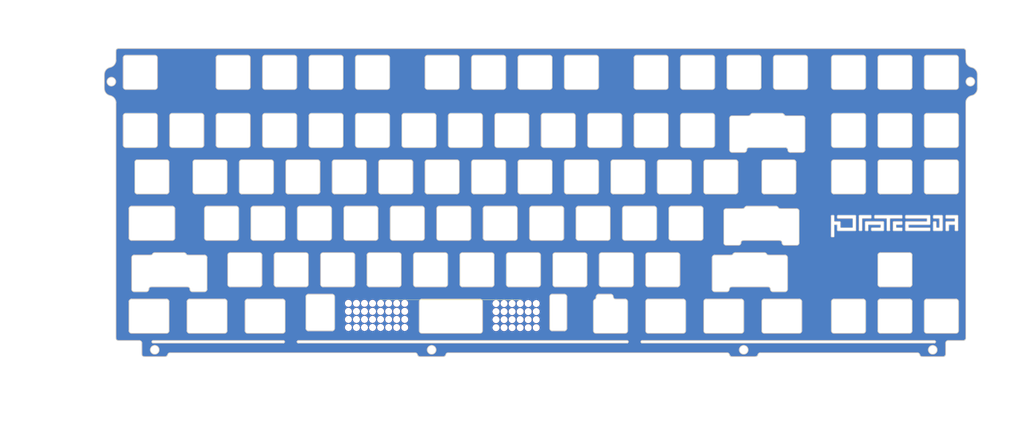
<source format=kicad_pcb>
(kicad_pcb (version 20171130) (host pcbnew "(5.1.9)-1")
  (layers (0 F.Cu signal) (31 B.Cu signal) (34 B.Paste user) (35 F.Paste user) (36 B.SilkS user) (37 F.SilkS user) (38 B.Mask user) (39 F.Mask user) (44 Edge.Cuts user))
  (net 0 "")
  (module MountingHole:MountingHole_2.5mm (layer F.Cu) (at 143.0401 149.7711 90)
    (fp_text reference REF** hide)
    (fp_text value MountingHole_2.5mm hide)
    (pad 1 np_thru_hole circle (at 0 0 90) (size 2.5 2.5) (drill 2.5) (layers *.Cu *.Mask))
  )
  (module MountingHole:MountingHole_2.5mm (layer F.Cu) (at 159.5401 143.1711 90)
    (fp_text reference REF** hide)
    (fp_text value MountingHole_2.5mm hide)
    (pad 1 np_thru_hole circle (at 0 0 90) (size 2.5 2.5) (drill 2.5) (layers *.Cu *.Mask))
  )
  (module MountingHole:MountingHole_2.5mm (layer F.Cu) (at 159.5401 146.4711 90)
    (fp_text reference REF** hide)
    (fp_text value MountingHole_2.5mm hide)
    (pad 1 np_thru_hole circle (at 0 0 90) (size 2.5 2.5) (drill 2.5) (layers *.Cu *.Mask))
  )
  (module MountingHole:MountingHole_2.5mm (layer F.Cu) (at 159.5401 149.7711 90)
    (fp_text reference REF** hide)
    (fp_text value MountingHole_2.5mm hide)
    (pad 1 np_thru_hole circle (at 0 0 90) (size 2.5 2.5) (drill 2.5) (layers *.Cu *.Mask))
  )
  (module MountingHole:MountingHole_2.5mm (layer F.Cu) (at 156.2401 139.8711 90)
    (fp_text reference REF** hide)
    (fp_text value MountingHole_2.5mm hide)
    (pad 1 np_thru_hole circle (at 0 0 90) (size 2.5 2.5) (drill 2.5) (layers *.Cu *.Mask))
  )
  (module MountingHole:MountingHole_2.5mm (layer F.Cu) (at 152.9401 146.4711 90)
    (fp_text reference REF** hide)
    (fp_text value MountingHole_2.5mm hide)
    (pad 1 np_thru_hole circle (at 0 0 90) (size 2.5 2.5) (drill 2.5) (layers *.Cu *.Mask))
  )
  (module MountingHole:MountingHole_2.5mm (layer F.Cu) (at 149.6401 143.1711 90)
    (fp_text reference REF** hide)
    (fp_text value MountingHole_2.5mm hide)
    (pad 1 np_thru_hole circle (at 0 0 90) (size 2.5 2.5) (drill 2.5) (layers *.Cu *.Mask))
  )
  (module MountingHole:MountingHole_2.5mm (layer F.Cu) (at 156.2401 143.1711 90)
    (fp_text reference REF** hide)
    (fp_text value MountingHole_2.5mm hide)
    (pad 1 np_thru_hole circle (at 0 0 90) (size 2.5 2.5) (drill 2.5) (layers *.Cu *.Mask))
  )
  (module MountingHole:MountingHole_2.5mm (layer F.Cu) (at 156.2401 149.7711 90)
    (fp_text reference REF** hide)
    (fp_text value MountingHole_2.5mm hide)
    (pad 1 np_thru_hole circle (at 0 0 90) (size 2.5 2.5) (drill 2.5) (layers *.Cu *.Mask))
  )
  (module MountingHole:MountingHole_2.5mm (layer F.Cu) (at 152.9401 149.7711 90)
    (fp_text reference REF** hide)
    (fp_text value MountingHole_2.5mm hide)
    (pad 1 np_thru_hole circle (at 0 0 90) (size 2.5 2.5) (drill 2.5) (layers *.Cu *.Mask))
  )
  (module MountingHole:MountingHole_2.5mm (layer F.Cu) (at 149.6401 146.4711 90)
    (fp_text reference REF** hide)
    (fp_text value MountingHole_2.5mm hide)
    (pad 1 np_thru_hole circle (at 0 0 90) (size 2.5 2.5) (drill 2.5) (layers *.Cu *.Mask))
  )
  (module MountingHole:MountingHole_2.5mm (layer F.Cu) (at 152.9401 139.8711 90)
    (fp_text reference REF** hide)
    (fp_text value MountingHole_2.5mm hide)
    (pad 1 np_thru_hole circle (at 0 0 90) (size 2.5 2.5) (drill 2.5) (layers *.Cu *.Mask))
  )
  (module MountingHole:MountingHole_2.5mm (layer F.Cu) (at 146.3401 139.8711 90)
    (fp_text reference REF** hide)
    (fp_text value MountingHole_2.5mm hide)
    (pad 1 np_thru_hole circle (at 0 0 90) (size 2.5 2.5) (drill 2.5) (layers *.Cu *.Mask))
  )
  (module MountingHole:MountingHole_2.5mm (layer F.Cu) (at 146.3401 149.7711 90)
    (fp_text reference REF** hide)
    (fp_text value MountingHole_2.5mm hide)
    (pad 1 np_thru_hole circle (at 0 0 90) (size 2.5 2.5) (drill 2.5) (layers *.Cu *.Mask))
  )
  (module MountingHole:MountingHole_2.5mm (layer F.Cu) (at 152.9401 143.1711 90)
    (fp_text reference REF** hide)
    (fp_text value MountingHole_2.5mm hide)
    (pad 1 np_thru_hole circle (at 0 0 90) (size 2.5 2.5) (drill 2.5) (layers *.Cu *.Mask))
  )
  (module MountingHole:MountingHole_2.5mm (layer F.Cu) (at 146.3401 143.1711 90)
    (fp_text reference REF** hide)
    (fp_text value MountingHole_2.5mm hide)
    (pad 1 np_thru_hole circle (at 0 0 90) (size 2.5 2.5) (drill 2.5) (layers *.Cu *.Mask))
  )
  (module MountingHole:MountingHole_2.5mm (layer F.Cu) (at 159.5401 139.8711 90)
    (fp_text reference REF** hide)
    (fp_text value MountingHole_2.5mm hide)
    (pad 1 np_thru_hole circle (at 0 0 90) (size 2.5 2.5) (drill 2.5) (layers *.Cu *.Mask))
  )
  (module MountingHole:MountingHole_2.5mm (layer F.Cu) (at 143.0401 139.8711 90)
    (fp_text reference REF** hide)
    (fp_text value MountingHole_2.5mm hide)
    (pad 1 np_thru_hole circle (at 0 0 90) (size 2.5 2.5) (drill 2.5) (layers *.Cu *.Mask))
  )
  (module MountingHole:MountingHole_2.5mm (layer F.Cu) (at 143.0401 143.1711 90)
    (fp_text reference REF** hide)
    (fp_text value MountingHole_2.5mm hide)
    (pad 1 np_thru_hole circle (at 0 0 90) (size 2.5 2.5) (drill 2.5) (layers *.Cu *.Mask))
  )
  (module MountingHole:MountingHole_2.5mm (layer F.Cu) (at 149.6401 139.8711 90)
    (fp_text reference REF** hide)
    (fp_text value MountingHole_2.5mm hide)
    (pad 1 np_thru_hole circle (at 0 0 90) (size 2.5 2.5) (drill 2.5) (layers *.Cu *.Mask))
  )
  (module MountingHole:MountingHole_2.5mm (layer F.Cu) (at 146.3401 146.4711 90)
    (fp_text reference REF** hide)
    (fp_text value MountingHole_2.5mm hide)
    (pad 1 np_thru_hole circle (at 0 0 90) (size 2.5 2.5) (drill 2.5) (layers *.Cu *.Mask))
  )
  (module MountingHole:MountingHole_2.5mm (layer F.Cu) (at 149.6401 149.7711 90)
    (fp_text reference REF** hide)
    (fp_text value MountingHole_2.5mm hide)
    (pad 1 np_thru_hole circle (at 0 0 90) (size 2.5 2.5) (drill 2.5) (layers *.Cu *.Mask))
  )
  (module MountingHole:MountingHole_2.5mm (layer F.Cu) (at 156.2401 146.4711 90)
    (fp_text reference REF** hide)
    (fp_text value MountingHole_2.5mm hide)
    (pad 1 np_thru_hole circle (at 0 0 90) (size 2.5 2.5) (drill 2.5) (layers *.Cu *.Mask))
  )
  (module MountingHole:MountingHole_2.5mm (layer F.Cu) (at 143.0401 146.4711 90)
    (fp_text reference REF** hide)
    (fp_text value MountingHole_2.5mm hide)
    (pad 1 np_thru_hole circle (at 0 0 90) (size 2.5 2.5) (drill 2.5) (layers *.Cu *.Mask))
  )
  (module MountingHole:MountingHole_2.5mm (layer F.Cu) (at 105.5865 139.7949 90)
    (fp_text reference REF** hide)
    (fp_text value MountingHole_2.5mm hide)
    (pad 1 np_thru_hole circle (at 0 0 90) (size 2.5 2.5) (drill 2.5) (layers *.Cu *.Mask))
  )
  (module MountingHole:MountingHole_2.5mm (layer F.Cu) (at 105.5865 143.0949 90)
    (fp_text reference REF** hide)
    (fp_text value MountingHole_2.5mm hide)
    (pad 1 np_thru_hole circle (at 0 0 90) (size 2.5 2.5) (drill 2.5) (layers *.Cu *.Mask))
  )
  (module MountingHole:MountingHole_2.5mm (layer F.Cu) (at 105.5865 146.3949 90)
    (fp_text reference REF** hide)
    (fp_text value MountingHole_2.5mm hide)
    (pad 1 np_thru_hole circle (at 0 0 90) (size 2.5 2.5) (drill 2.5) (layers *.Cu *.Mask))
  )
  (module MountingHole:MountingHole_2.5mm (layer F.Cu) (at 105.5865 149.6949 90)
    (fp_text reference REF** hide)
    (fp_text value MountingHole_2.5mm hide)
    (pad 1 np_thru_hole circle (at 0 0 90) (size 2.5 2.5) (drill 2.5) (layers *.Cu *.Mask))
  )
  (module MountingHole:MountingHole_2.5mm (layer F.Cu) (at 102.2865 139.7949 90)
    (fp_text reference REF** hide)
    (fp_text value MountingHole_2.5mm hide)
    (pad 1 np_thru_hole circle (at 0 0 90) (size 2.5 2.5) (drill 2.5) (layers *.Cu *.Mask))
  )
  (module MountingHole:MountingHole_2.5mm (layer F.Cu) (at 102.2865 143.0949 90)
    (fp_text reference REF** hide)
    (fp_text value MountingHole_2.5mm hide)
    (pad 1 np_thru_hole circle (at 0 0 90) (size 2.5 2.5) (drill 2.5) (layers *.Cu *.Mask))
  )
  (module MountingHole:MountingHole_2.5mm (layer F.Cu) (at 102.2865 146.3949 90)
    (fp_text reference REF** hide)
    (fp_text value MountingHole_2.5mm hide)
    (pad 1 np_thru_hole circle (at 0 0 90) (size 2.5 2.5) (drill 2.5) (layers *.Cu *.Mask))
  )
  (module MountingHole:MountingHole_2.5mm (layer F.Cu) (at 102.2865 149.6949 90)
    (fp_text reference REF** hide)
    (fp_text value MountingHole_2.5mm hide)
    (pad 1 np_thru_hole circle (at 0 0 90) (size 2.5 2.5) (drill 2.5) (layers *.Cu *.Mask))
  )
  (module MountingHole:MountingHole_2.5mm (layer F.Cu) (at 98.9865 139.7949 90)
    (fp_text reference REF** hide)
    (fp_text value MountingHole_2.5mm hide)
    (pad 1 np_thru_hole circle (at 0 0 90) (size 2.5 2.5) (drill 2.5) (layers *.Cu *.Mask))
  )
  (module MountingHole:MountingHole_2.5mm (layer F.Cu) (at 98.9865 143.0949 90)
    (fp_text reference REF** hide)
    (fp_text value MountingHole_2.5mm hide)
    (pad 1 np_thru_hole circle (at 0 0 90) (size 2.5 2.5) (drill 2.5) (layers *.Cu *.Mask))
  )
  (module MountingHole:MountingHole_2.5mm (layer F.Cu) (at 98.9865 146.3949 90)
    (fp_text reference REF** hide)
    (fp_text value MountingHole_2.5mm hide)
    (pad 1 np_thru_hole circle (at 0 0 90) (size 2.5 2.5) (drill 2.5) (layers *.Cu *.Mask))
  )
  (module MountingHole:MountingHole_2.5mm (layer F.Cu) (at 98.9865 149.6949 90)
    (fp_text reference REF** hide)
    (fp_text value MountingHole_2.5mm hide)
    (pad 1 np_thru_hole circle (at 0 0 90) (size 2.5 2.5) (drill 2.5) (layers *.Cu *.Mask))
  )
  (module MountingHole:MountingHole_2.5mm (layer F.Cu) (at 95.6865 139.7949 90)
    (fp_text reference REF** hide)
    (fp_text value MountingHole_2.5mm hide)
    (pad 1 np_thru_hole circle (at 0 0 90) (size 2.5 2.5) (drill 2.5) (layers *.Cu *.Mask))
  )
  (module MountingHole:MountingHole_2.5mm (layer F.Cu) (at 95.6865 143.0949 90)
    (fp_text reference REF** hide)
    (fp_text value MountingHole_2.5mm hide)
    (pad 1 np_thru_hole circle (at 0 0 90) (size 2.5 2.5) (drill 2.5) (layers *.Cu *.Mask))
  )
  (module MountingHole:MountingHole_2.5mm (layer F.Cu) (at 95.6865 146.3949 90)
    (fp_text reference REF** hide)
    (fp_text value MountingHole_2.5mm hide)
    (pad 1 np_thru_hole circle (at 0 0 90) (size 2.5 2.5) (drill 2.5) (layers *.Cu *.Mask))
  )
  (module MountingHole:MountingHole_2.5mm (layer F.Cu) (at 95.6865 149.6949 90)
    (fp_text reference REF** hide)
    (fp_text value MountingHole_2.5mm hide)
    (pad 1 np_thru_hole circle (at 0 0 90) (size 2.5 2.5) (drill 2.5) (layers *.Cu *.Mask))
  )
  (module MountingHole:MountingHole_2.5mm (layer F.Cu) (at 92.3865 139.7949 90)
    (fp_text reference REF** hide)
    (fp_text value MountingHole_2.5mm hide)
    (pad 1 np_thru_hole circle (at 0 0 90) (size 2.5 2.5) (drill 2.5) (layers *.Cu *.Mask))
  )
  (module MountingHole:MountingHole_2.5mm (layer F.Cu) (at 92.3865 143.0949 90)
    (fp_text reference REF** hide)
    (fp_text value MountingHole_2.5mm hide)
    (pad 1 np_thru_hole circle (at 0 0 90) (size 2.5 2.5) (drill 2.5) (layers *.Cu *.Mask))
  )
  (module MountingHole:MountingHole_2.5mm (layer F.Cu) (at 92.3865 146.3949 90)
    (fp_text reference REF** hide)
    (fp_text value MountingHole_2.5mm hide)
    (pad 1 np_thru_hole circle (at 0 0 90) (size 2.5 2.5) (drill 2.5) (layers *.Cu *.Mask))
  )
  (module MountingHole:MountingHole_2.5mm (layer F.Cu) (at 92.3865 149.6949 90)
    (fp_text reference REF** hide)
    (fp_text value MountingHole_2.5mm hide)
    (pad 1 np_thru_hole circle (at 0 0 90) (size 2.5 2.5) (drill 2.5) (layers *.Cu *.Mask))
  )
  (module MountingHole:MountingHole_2.5mm (layer F.Cu) (at 89.0865 139.7949 90)
    (fp_text reference REF** hide)
    (fp_text value MountingHole_2.5mm hide)
    (pad 1 np_thru_hole circle (at 0 0 90) (size 2.5 2.5) (drill 2.5) (layers *.Cu *.Mask))
  )
  (module MountingHole:MountingHole_2.5mm (layer F.Cu) (at 89.0865 143.0949 90)
    (fp_text reference REF** hide)
    (fp_text value MountingHole_2.5mm hide)
    (pad 1 np_thru_hole circle (at 0 0 90) (size 2.5 2.5) (drill 2.5) (layers *.Cu *.Mask))
  )
  (module MountingHole:MountingHole_2.5mm (layer F.Cu) (at 89.0865 146.3949 90)
    (fp_text reference REF** hide)
    (fp_text value MountingHole_2.5mm hide)
    (pad 1 np_thru_hole circle (at 0 0 90) (size 2.5 2.5) (drill 2.5) (layers *.Cu *.Mask))
  )
  (module MountingHole:MountingHole_2.5mm (layer F.Cu) (at 89.0865 149.6949 90)
    (fp_text reference REF** hide)
    (fp_text value MountingHole_2.5mm hide)
    (pad 1 np_thru_hole circle (at 0 0 90) (size 2.5 2.5) (drill 2.5) (layers *.Cu *.Mask))
  )
  (module MountingHole:MountingHole_2.5mm (layer F.Cu) (at 85.7865 139.7949 90)
    (fp_text reference REF** hide)
    (fp_text value MountingHole_2.5mm hide)
    (pad 1 np_thru_hole circle (at 0 0 90) (size 2.5 2.5) (drill 2.5) (layers *.Cu *.Mask))
  )
  (module MountingHole:MountingHole_2.5mm (layer F.Cu) (at 85.7865 143.0949 90)
    (fp_text reference REF** hide)
    (fp_text value MountingHole_2.5mm hide)
    (pad 1 np_thru_hole circle (at 0 0 90) (size 2.5 2.5) (drill 2.5) (layers *.Cu *.Mask))
  )
  (module MountingHole:MountingHole_2.5mm (layer F.Cu) (at 85.7865 146.3949 90)
    (fp_text reference REF** hide)
    (fp_text value MountingHole_2.5mm hide)
    (pad 1 np_thru_hole circle (at 0 0 90) (size 2.5 2.5) (drill 2.5) (layers *.Cu *.Mask))
  )
  (module MountingHole:MountingHole_2.5mm (layer F.Cu) (at 85.7865 149.6949 90)
    (fp_text reference REF** hide)
    (fp_text value MountingHole_2.5mm hide)
    (pad 1 np_thru_hole circle (at 0 0 90) (size 2.5 2.5) (drill 2.5) (layers *.Cu *.Mask))
  )
  (module MountingHole:MountingHole_2.5mm (layer F.Cu) (at 82.4865 139.7949 90)
    (fp_text reference REF** hide)
    (fp_text value MountingHole_2.5mm hide)
    (pad 1 np_thru_hole circle (at 0 0 90) (size 2.5 2.5) (drill 2.5) (layers *.Cu *.Mask))
  )
  (module MountingHole:MountingHole_2.5mm (layer F.Cu) (at 82.4865 143.0949 90)
    (fp_text reference REF** hide)
    (fp_text value MountingHole_2.5mm hide)
    (pad 1 np_thru_hole circle (at 0 0 90) (size 2.5 2.5) (drill 2.5) (layers *.Cu *.Mask))
  )
  (module MountingHole:MountingHole_2.5mm (layer F.Cu) (at 82.4865 146.3949 90)
    (fp_text reference REF** hide)
    (fp_text value MountingHole_2.5mm hide)
    (pad 1 np_thru_hole circle (at 0 0 90) (size 2.5 2.5) (drill 2.5) (layers *.Cu *.Mask))
  )
  (module MountingHole:MountingHole_2.5mm (layer F.Cu) (at 82.4865 149.6949 90)
    (fp_text reference REF** hide)
    (fp_text value MountingHole_2.5mm hide)
    (pad 1 np_thru_hole circle (at 0 0 90) (size 2.5 2.5) (drill 2.5) (layers *.Cu *.Mask))
  )
  (gr_line (start 152.908 138.3665) (end 95.3135 138.3665) (layer F.SilkS) (width 0.12))
  (gr_line (start 112.7125 138.3665) (end 153.67 138.3665) (layer F.SilkS) (width 0.12))
  (gr_line (start 322.648476 103.694496) (end 322.60324 103.694496) (layer Edge.Cuts) (width 0.187858))
  (gr_line (start 326.203372 103.916118) (end 326.130186 103.76966) (layer Edge.Cuts) (width 0.187858))
  (gr_line (start 322.39469 103.95155) (end 322.39469 103.95155) (layer Edge.Cuts) (width 0.187858))
  (gr_line (start 322.394174 103.916118) (end 322.39469 103.95155) (layer Edge.Cuts) (width 0.187858))
  (gr_line (start 322.60324 103.694496) (end 322.467532 103.76966) (layer Edge.Cuts) (width 0.187858))
  (gr_line (start 322.467532 103.76966) (end 322.394174 103.916118) (layer Edge.Cuts) (width 0.187858))
  (gr_line (start 325.949586 103.694496) (end 322.648476 103.694496) (layer Edge.Cuts) (width 0.187858))
  (gr_line (start 326.202942 109.823957) (end 326.202942 109.788964) (layer Edge.Cuts) (width 0.187858))
  (gr_line (start 326.130186 103.76966) (end 325.994392 103.694496) (layer Edge.Cuts) (width 0.187858))
  (gr_line (start 326.202942 103.95155) (end 326.203372 103.916118) (layer Edge.Cuts) (width 0.187858))
  (gr_line (start 325.994392 103.694496) (end 325.949586 103.694496) (layer Edge.Cuts) (width 0.187858))
  (gr_line (start 326.202942 109.788964) (end 326.202942 103.95155) (layer Edge.Cuts) (width 0.187858))
  (gr_line (start 309.446616 108.772753) (end 307.411942 108.772753) (layer Edge.Cuts) (width 0.187858))
  (gr_line (start 324.93384 105.221143) (end 324.93384 108.520326) (layer Edge.Cuts) (width 0.187858))
  (gr_line (start 309.62584 106.297536) (end 309.491422 106.223352) (layer Edge.Cuts) (width 0.187858))
  (gr_line (start 326.128724 109.968592) (end 326.202942 109.823957) (layer Edge.Cuts) (width 0.187858))
  (gr_line (start 307.411942 108.772753) (end 307.411942 108.772753) (layer Edge.Cuts) (width 0.187858))
  (gr_line (start 309.699972 106.431911) (end 309.62584 106.297536) (layer Edge.Cuts) (width 0.187858))
  (gr_line (start 325.949586 110.043249) (end 325.994392 110.043249) (layer Edge.Cuts) (width 0.187858))
  (gr_line (start 324.679968 108.773682) (end 323.917578 108.773682) (layer Edge.Cuts) (width 0.187858))
  (gr_line (start 322.39469 104.713037) (end 322.39469 104.757826) (layer Edge.Cuts) (width 0.187858))
  (gr_line (start 322.648476 110.043249) (end 325.949586 110.043249) (layer Edge.Cuts) (width 0.187858))
  (gr_line (start 322.613044 110.043713) (end 322.648476 110.043249) (layer Edge.Cuts) (width 0.187858))
  (gr_line (start 322.466586 109.969994) (end 322.613044 110.043713) (layer Edge.Cuts) (width 0.187858))
  (gr_line (start 323.406222 106.234094) (end 322.644778 106.234094) (layer Edge.Cuts) (width 0.187858))
  (gr_line (start 323.663792 106.452448) (end 323.587768 106.306867) (layer Edge.Cuts) (width 0.187858))
  (gr_line (start 309.47878 110.043249) (end 309.624894 109.969056) (layer Edge.Cuts) (width 0.187858))
  (gr_line (start 309.481618 108.772753) (end 309.446616 108.772753) (layer Edge.Cuts) (width 0.187858))
  (gr_line (start 309.446616 106.223352) (end 306.14284 106.223352) (layer Edge.Cuts) (width 0.187858))
  (gr_line (start 324.93384 108.520326) (end 324.93384 108.565124) (layer Edge.Cuts) (width 0.187858))
  (gr_line (start 305.962669 106.297071) (end 305.888022 106.431446) (layer Edge.Cuts) (width 0.187858))
  (gr_line (start 322.390992 109.824422) (end 322.466586 109.969994) (layer Edge.Cuts) (width 0.187858))
  (gr_line (start 324.71497 104.966393) (end 324.859192 105.041041) (layer Edge.Cuts) (width 0.187858))
  (gr_line (start 322.468822 104.892201) (end 322.60324 104.966393) (layer Edge.Cuts) (width 0.187858))
  (gr_line (start 323.587768 106.306867) (end 323.441224 106.233621) (layer Edge.Cuts) (width 0.187858))
  (gr_line (start 324.724774 108.773682) (end 324.679968 108.773682) (layer Edge.Cuts) (width 0.187858))
  (gr_line (start 309.699972 109.027503) (end 309.699972 108.982241) (layer Edge.Cuts) (width 0.187858))
  (gr_line (start 309.699972 109.833753) (end 309.699972 109.788964) (layer Edge.Cuts) (width 0.187858))
  (gr_line (start 306.107322 106.222888) (end 305.962669 106.297071) (layer Edge.Cuts) (width 0.187858))
  (gr_line (start 322.39469 104.757826) (end 322.468822 104.892201) (layer Edge.Cuts) (width 0.187858))
  (gr_line (start 306.14284 106.223352) (end 306.107322 106.222888) (layer Edge.Cuts) (width 0.187858))
  (gr_line (start 322.391422 109.788964) (end 322.390992 109.824422) (layer Edge.Cuts) (width 0.187858))
  (gr_line (start 322.391422 106.487914) (end 322.391422 109.788964) (layer Edge.Cuts) (width 0.187858))
  (gr_line (start 322.391422 106.442652) (end 322.391422 106.487914) (layer Edge.Cuts) (width 0.187858))
  (gr_line (start 309.62584 108.847401) (end 309.481618 108.772753) (layer Edge.Cuts) (width 0.187858))
  (gr_line (start 322.46564 106.308277) (end 322.391422 106.442652) (layer Edge.Cuts) (width 0.187858))
  (gr_line (start 322.599972 106.234094) (end 322.46564 106.308277) (layer Edge.Cuts) (width 0.187858))
  (gr_line (start 322.644778 106.234094) (end 322.599972 106.234094) (layer Edge.Cuts) (width 0.187858))
  (gr_line (start 323.441224 106.233621) (end 323.406222 106.234094) (layer Edge.Cuts) (width 0.187858))
  (gr_line (start 323.664222 106.487914) (end 323.663792 106.452448) (layer Edge.Cuts) (width 0.187858))
  (gr_line (start 324.679968 104.966393) (end 324.71497 104.966393) (layer Edge.Cuts) (width 0.187858))
  (gr_line (start 323.664222 108.520326) (end 323.664222 106.487914) (layer Edge.Cuts) (width 0.187858))
  (gr_line (start 305.888022 106.431446) (end 305.888022 106.476708) (layer Edge.Cuts) (width 0.187858))
  (gr_line (start 323.664222 108.565124) (end 323.664222 108.520326) (layer Edge.Cuts) (width 0.187858))
  (gr_line (start 323.73844 108.699499) (end 323.664222 108.565124) (layer Edge.Cuts) (width 0.187858))
  (gr_line (start 323.872772 108.773682) (end 323.73844 108.699499) (layer Edge.Cuts) (width 0.187858))
  (gr_line (start 309.699972 108.982241) (end 309.62584 108.847401) (layer Edge.Cuts) (width 0.187858))
  (gr_line (start 324.859192 105.041041) (end 324.93384 105.175881) (layer Edge.Cuts) (width 0.187858))
  (gr_line (start 309.491422 106.223352) (end 309.446616 106.223352) (layer Edge.Cuts) (width 0.187858))
  (gr_line (start 323.917578 108.773682) (end 323.872772 108.773682) (layer Edge.Cuts) (width 0.187858))
  (gr_line (start 324.859192 108.699499) (end 324.724774 108.773682) (layer Edge.Cuts) (width 0.187858))
  (gr_line (start 322.39469 103.95155) (end 322.39469 104.713037) (layer Edge.Cuts) (width 0.187858))
  (gr_line (start 305.888538 109.825823) (end 305.963616 109.969521) (layer Edge.Cuts) (width 0.187858))
  (gr_line (start 324.93384 105.175881) (end 324.93384 105.221143) (layer Edge.Cuts) (width 0.187858))
  (gr_line (start 322.60324 104.966393) (end 322.648476 104.966393) (layer Edge.Cuts) (width 0.187858))
  (gr_line (start 306.14284 110.043249) (end 309.443778 110.043249) (layer Edge.Cuts) (width 0.187858))
  (gr_line (start 305.888022 106.476708) (end 305.888022 109.791286) (layer Edge.Cuts) (width 0.187858))
  (gr_line (start 322.648476 104.966393) (end 324.679968 104.966393) (layer Edge.Cuts) (width 0.187858))
  (gr_line (start 309.624894 109.969056) (end 309.699972 109.833753) (layer Edge.Cuts) (width 0.187858))
  (gr_line (start 306.098034 110.043249) (end 306.14284 110.043249) (layer Edge.Cuts) (width 0.187858))
  (gr_line (start 309.699972 109.788964) (end 309.699972 109.027503) (layer Edge.Cuts) (width 0.187858))
  (gr_line (start 325.994392 110.043249) (end 326.128724 109.968592) (layer Edge.Cuts) (width 0.187858))
  (gr_line (start 309.443778 110.043249) (end 309.47878 110.043249) (layer Edge.Cuts) (width 0.187858))
  (gr_line (start 324.93384 108.565124) (end 324.859192 108.699499) (layer Edge.Cuts) (width 0.187858))
  (gr_line (start 305.963616 109.969521) (end 306.098034 110.043249) (layer Edge.Cuts) (width 0.187858))
  (gr_line (start 305.888022 109.791286) (end 305.888538 109.825823) (layer Edge.Cuts) (width 0.187858))
  (gr_line (start 309.443778 107.492919) (end 309.47878 107.492919) (layer Edge.Cuts) (width 0.187858))
  (gr_line (start 309.699972 106.476708) (end 309.699972 106.431911) (layer Edge.Cuts) (width 0.187858))
  (gr_line (start 309.699972 107.282958) (end 309.699972 107.238161) (layer Edge.Cuts) (width 0.187858))
  (gr_line (start 301.870274 106.223352) (end 301.825468 106.223352) (layer Edge.Cuts) (width 0.187858))
  (gr_line (start 309.624894 107.418726) (end 309.699972 107.282958) (layer Edge.Cuts) (width 0.187858))
  (gr_line (start 309.47878 107.492919) (end 309.624894 107.418726) (layer Edge.Cuts) (width 0.187858))
  (gr_line (start 307.158586 108.520326) (end 307.158586 107.746266) (layer Edge.Cuts) (width 0.187858))
  (gr_line (start 302.07934 106.431911) (end 302.004692 106.297536) (layer Edge.Cuts) (width 0.187858))
  (gr_line (start 295.731078 107.701477) (end 295.805296 107.567102) (layer Edge.Cuts) (width 0.187858))
  (gr_line (start 307.232718 108.698561) (end 307.158586 108.554864) (layer Edge.Cuts) (width 0.187858))
  (gr_line (start 302.07934 109.774499) (end 302.07934 106.476708) (layer Edge.Cuts) (width 0.187858))
  (gr_line (start 300.5537 108.762012) (end 297.253966 108.762012) (layer Edge.Cuts) (width 0.187858))
  (gr_line (start 295.98495 107.492919) (end 300.5537 107.492919) (layer Edge.Cuts) (width 0.187858))
  (gr_line (start 307.158586 108.554864) (end 307.158586 108.520326) (layer Edge.Cuts) (width 0.187858))
  (gr_line (start 302.07934 109.819287) (end 302.07934 109.774499) (layer Edge.Cuts) (width 0.187858))
  (gr_line (start 307.367136 108.772753) (end 307.232718 108.698561) (layer Edge.Cuts) (width 0.187858))
  (gr_line (start 294.535248 106.297071) (end 294.46103 106.431446) (layer Edge.Cuts) (width 0.187858))
  (gr_line (start 297.074828 109.953662) (end 297.21905 110.028319) (layer Edge.Cuts) (width 0.187858))
  (gr_line (start 300.807916 107.746266) (end 300.807916 108.508656) (layer Edge.Cuts) (width 0.187858))
  (gr_line (start 307.411942 107.492919) (end 309.443778 107.492919) (layer Edge.Cuts) (width 0.187858))
  (gr_line (start 307.158586 107.701477) (end 307.232718 107.567102) (layer Edge.Cuts) (width 0.187858))
  (gr_line (start 294.46103 106.476708) (end 294.46103 106.476708) (layer Edge.Cuts) (width 0.187858))
  (gr_line (start 297.000696 108.971508) (end 297.000696 109.016761) (layer Edge.Cuts) (width 0.187858))
  (gr_line (start 294.670096 110.028783) (end 294.715332 110.028783) (layer Edge.Cuts) (width 0.187858))
  (gr_line (start 307.367136 107.492919) (end 307.411942 107.492919) (layer Edge.Cuts) (width 0.187858))
  (gr_line (start 307.158586 107.746266) (end 307.158586 107.701477) (layer Edge.Cuts) (width 0.187858))
  (gr_line (start 301.825468 106.223352) (end 294.715332 106.223352) (layer Edge.Cuts) (width 0.187858))
  (gr_line (start 295.805296 107.567102) (end 295.939628 107.492919) (layer Edge.Cuts) (width 0.187858))
  (gr_line (start 302.004692 106.297536) (end 301.870274 106.223352) (layer Edge.Cuts) (width 0.187858))
  (gr_line (start 302.07934 106.476708) (end 302.07934 106.431911) (layer Edge.Cuts) (width 0.187858))
  (gr_line (start 300.732838 108.687828) (end 300.59842 108.762012) (layer Edge.Cuts) (width 0.187858))
  (gr_line (start 295.731078 109.819287) (end 295.731078 109.774499) (layer Edge.Cuts) (width 0.187858))
  (gr_line (start 301.857718 110.028783) (end 302.003746 109.954591) (layer Edge.Cuts) (width 0.187858))
  (gr_line (start 300.59842 107.492919) (end 300.732838 107.567102) (layer Edge.Cuts) (width 0.187858))
  (gr_line (start 295.731078 109.774499) (end 295.731078 107.746266) (layer Edge.Cuts) (width 0.187858))
  (gr_line (start 294.535248 109.954127) (end 294.670096 110.028783) (layer Edge.Cuts) (width 0.187858))
  (gr_line (start 294.46103 106.431446) (end 294.46103 106.476708) (layer Edge.Cuts) (width 0.187858))
  (gr_line (start 307.232718 107.567102) (end 307.367136 107.492919) (layer Edge.Cuts) (width 0.187858))
  (gr_line (start 307.411942 108.772753) (end 307.367136 108.772753) (layer Edge.Cuts) (width 0.187858))
  (gr_line (start 300.807916 108.508656) (end 300.807486 108.543658) (layer Edge.Cuts) (width 0.187858))
  (gr_line (start 294.715332 106.223352) (end 294.6799 106.222888) (layer Edge.Cuts) (width 0.187858))
  (gr_line (start 301.822716 110.028783) (end 301.857718 110.028783) (layer Edge.Cuts) (width 0.187858))
  (gr_line (start 297.253966 110.028783) (end 301.822716 110.028783) (layer Edge.Cuts) (width 0.187858))
  (gr_line (start 297.21905 110.028319) (end 297.253966 110.028783) (layer Edge.Cuts) (width 0.187858))
  (gr_line (start 297.000696 109.819287) (end 297.074828 109.953662) (layer Edge.Cuts) (width 0.187858))
  (gr_line (start 297.000696 109.016761) (end 297.000696 109.774499) (layer Edge.Cuts) (width 0.187858))
  (gr_line (start 295.731078 107.746266) (end 295.731078 107.701477) (layer Edge.Cuts) (width 0.187858))
  (gr_line (start 295.939628 107.492919) (end 295.98495 107.492919) (layer Edge.Cuts) (width 0.187858))
  (gr_line (start 297.253966 108.762012) (end 297.21905 108.762012) (layer Edge.Cuts) (width 0.187858))
  (gr_line (start 297.074828 108.836669) (end 297.000696 108.971508) (layer Edge.Cuts) (width 0.187858))
  (gr_line (start 300.5537 107.492919) (end 300.59842 107.492919) (layer Edge.Cuts) (width 0.187858))
  (gr_line (start 300.807486 108.543658) (end 300.732838 108.687828) (layer Edge.Cuts) (width 0.187858))
  (gr_line (start 300.732838 107.567102) (end 300.807486 107.711281) (layer Edge.Cuts) (width 0.187858))
  (gr_line (start 295.65643 109.954127) (end 295.731078 109.819287) (layer Edge.Cuts) (width 0.187858))
  (gr_line (start 294.6799 106.222888) (end 294.535248 106.297071) (layer Edge.Cuts) (width 0.187858))
  (gr_line (start 297.000696 109.774499) (end 297.000696 109.819287) (layer Edge.Cuts) (width 0.187858))
  (gr_line (start 297.21905 108.762012) (end 297.074828 108.836669) (layer Edge.Cuts) (width 0.187858))
  (gr_line (start 300.807486 107.711281) (end 300.807916 107.746266) (layer Edge.Cuts) (width 0.187858))
  (gr_line (start 295.521582 110.028783) (end 295.65643 109.954127) (layer Edge.Cuts) (width 0.187858))
  (gr_line (start 294.715332 110.028783) (end 295.476776 110.028783) (layer Edge.Cuts) (width 0.187858))
  (gr_line (start 302.003746 109.954591) (end 302.07934 109.819287) (layer Edge.Cuts) (width 0.187858))
  (gr_line (start 295.476776 110.028783) (end 295.521582 110.028783) (layer Edge.Cuts) (width 0.187858))
  (gr_line (start 309.699972 107.238161) (end 309.699972 106.476708) (layer Edge.Cuts) (width 0.187858))
  (gr_line (start 300.59842 108.762012) (end 300.5537 108.762012) (layer Edge.Cuts) (width 0.187858))
  (gr_line (start 290.653724 103.916118) (end 290.580022 103.76966) (layer Edge.Cuts) (width 0.187858))
  (gr_line (start 290.653724 103.95155) (end 290.653724 103.916118) (layer Edge.Cuts) (width 0.187858))
  (gr_line (start 280.749186 112.581907) (end 281.51158 112.581907) (layer Edge.Cuts) (width 0.187858))
  (gr_line (start 290.653724 109.788964) (end 290.653724 103.95155) (layer Edge.Cuts) (width 0.187858))
  (gr_line (start 283.253785 110.043249) (end 283.289243 110.043249) (layer Edge.Cuts) (width 0.187858))
  (gr_line (start 281.973494 106.234094) (end 281.838655 106.159437) (layer Edge.Cuts) (width 0.187858))
  (gr_line (start 283.034493 109.788964) (end 283.034029 109.823957) (layer Edge.Cuts) (width 0.187858))
  (gr_line (start 280.495834 103.95155) (end 280.495834 112.328553) (layer Edge.Cuts) (width 0.187858))
  (gr_line (start 281.838655 106.159437) (end 281.764463 106.024598) (layer Edge.Cuts) (width 0.187858))
  (gr_line (start 280.495834 112.373346) (end 280.57002 112.507721) (layer Edge.Cuts) (width 0.187858))
  (gr_line (start 283.034493 107.757936) (end 283.034493 109.788964) (layer Edge.Cuts) (width 0.187858))
  (gr_line (start 281.764463 103.95155) (end 281.764463 103.916118) (layer Edge.Cuts) (width 0.187858))
  (gr_line (start 282.959845 107.577844) (end 283.034493 107.712683) (layer Edge.Cuts) (width 0.187858))
  (gr_line (start 281.764463 106.024598) (end 281.764463 105.979809) (layer Edge.Cuts) (width 0.187858))
  (gr_line (start 283.108677 109.968592) (end 283.253785 110.043249) (layer Edge.Cuts) (width 0.187858))
  (gr_line (start 281.764463 103.916118) (end 281.691208 103.77052) (layer Edge.Cuts) (width 0.187858))
  (gr_line (start 281.764927 107.724336) (end 281.838655 107.578772) (layer Edge.Cuts) (width 0.187858))
  (gr_line (start 280.495834 112.328553) (end 280.495834 112.373346) (layer Edge.Cuts) (width 0.187858))
  (gr_line (start 281.51158 103.694496) (end 280.749186 103.694496) (layer Edge.Cuts) (width 0.187858))
  (gr_line (start 284.050704 106.234094) (end 282.018747 106.234094) (layer Edge.Cuts) (width 0.187858))
  (gr_line (start 284.229868 106.308277) (end 284.095493 106.234094) (layer Edge.Cuts) (width 0.187858))
  (gr_line (start 290.653724 109.833753) (end 290.653724 109.788964) (layer Edge.Cuts) (width 0.187858))
  (gr_line (start 290.444228 110.043249) (end 290.579076 109.968592) (layer Edge.Cuts) (width 0.187858))
  (gr_line (start 282.824997 107.503651) (end 282.959845 107.577844) (layer Edge.Cuts) (width 0.187858))
  (gr_line (start 281.7654 112.373346) (end 281.7654 112.328553) (layer Edge.Cuts) (width 0.187858))
  (gr_line (start 281.546573 103.694496) (end 281.51158 103.694496) (layer Edge.Cuts) (width 0.187858))
  (gr_line (start 281.556368 112.581907) (end 281.690743 112.507721) (layer Edge.Cuts) (width 0.187858))
  (gr_line (start 280.569086 103.77009) (end 280.495368 103.916118) (layer Edge.Cuts) (width 0.187858))
  (gr_line (start 281.764463 105.979809) (end 281.764463 103.95155) (layer Edge.Cuts) (width 0.187858))
  (gr_line (start 283.034029 109.823957) (end 283.108677 109.968592) (layer Edge.Cuts) (width 0.187858))
  (gr_line (start 282.018747 106.234094) (end 281.973494 106.234094) (layer Edge.Cuts) (width 0.187858))
  (gr_line (start 294.46103 109.819287) (end 294.535248 109.954127) (layer Edge.Cuts) (width 0.187858))
  (gr_line (start 294.46103 109.774499) (end 294.46103 109.819287) (layer Edge.Cuts) (width 0.187858))
  (gr_line (start 283.035422 103.95155) (end 283.035422 103.95155) (layer Edge.Cuts) (width 0.187858))
  (gr_line (start 290.444228 103.694496) (end 290.399422 103.694496) (layer Edge.Cuts) (width 0.187858))
  (gr_line (start 290.579076 109.968592) (end 290.653724 109.833753) (layer Edge.Cuts) (width 0.187858))
  (gr_line (start 290.399422 110.043249) (end 290.444228 110.043249) (layer Edge.Cuts) (width 0.187858))
  (gr_line (start 281.7654 107.759802) (end 281.764927 107.724336) (layer Edge.Cuts) (width 0.187858))
  (gr_line (start 281.7654 112.328553) (end 281.7654 107.759802) (layer Edge.Cuts) (width 0.187858))
  (gr_line (start 281.51158 112.581907) (end 281.556368 112.581907) (layer Edge.Cuts) (width 0.187858))
  (gr_line (start 294.46103 106.476708) (end 294.46103 109.774499) (layer Edge.Cuts) (width 0.187858))
  (gr_line (start 283.034493 107.712683) (end 283.034493 107.757936) (layer Edge.Cuts) (width 0.187858))
  (gr_line (start 281.691208 103.77052) (end 281.546573 103.694496) (layer Edge.Cuts) (width 0.187858))
  (gr_line (start 283.289243 103.694496) (end 283.243989 103.694496) (layer Edge.Cuts) (width 0.187858))
  (gr_line (start 283.289243 110.043249) (end 290.399422 110.043249) (layer Edge.Cuts) (width 0.187858))
  (gr_line (start 284.304989 108.520326) (end 284.304989 106.487914) (layer Edge.Cuts) (width 0.187858))
  (gr_line (start 282.780209 107.503651) (end 282.824997 107.503651) (layer Edge.Cuts) (width 0.187858))
  (gr_line (start 280.713727 103.694496) (end 280.569086 103.77009) (layer Edge.Cuts) (width 0.187858))
  (gr_line (start 283.108213 103.76966) (end 283.034958 103.916118) (layer Edge.Cuts) (width 0.187858))
  (gr_line (start 281.690743 112.507721) (end 281.7654 112.373346) (layer Edge.Cuts) (width 0.187858))
  (gr_line (start 284.304524 106.452448) (end 284.229868 106.308277) (layer Edge.Cuts) (width 0.187858))
  (gr_line (start 283.034958 103.916118) (end 283.035422 103.95155) (layer Edge.Cuts) (width 0.187858))
  (gr_line (start 283.243989 103.694496) (end 283.108213 103.76966) (layer Edge.Cuts) (width 0.187858))
  (gr_line (start 290.399422 103.694496) (end 283.289243 103.694496) (layer Edge.Cuts) (width 0.187858))
  (gr_line (start 290.580022 103.76966) (end 290.444228 103.694496) (layer Edge.Cuts) (width 0.187858))
  (gr_line (start 280.495368 103.916118) (end 280.495834 103.95155) (layer Edge.Cuts) (width 0.187858))
  (gr_line (start 284.304989 106.487914) (end 284.304524 106.452448) (layer Edge.Cuts) (width 0.187858))
  (gr_line (start 281.98329 107.503651) (end 282.018747 107.503651) (layer Edge.Cuts) (width 0.187858))
  (gr_line (start 280.704395 112.581907) (end 280.749186 112.581907) (layer Edge.Cuts) (width 0.187858))
  (gr_line (start 280.749186 103.694496) (end 280.713727 103.694496) (layer Edge.Cuts) (width 0.187858))
  (gr_line (start 281.838655 107.578772) (end 281.98329 107.503651) (layer Edge.Cuts) (width 0.187858))
  (gr_line (start 280.57002 112.507721) (end 280.704395 112.581907) (layer Edge.Cuts) (width 0.187858))
  (gr_line (start 282.018747 107.503651) (end 282.780209 107.503651) (layer Edge.Cuts) (width 0.187858))
  (gr_line (start 284.095493 106.234094) (end 284.050704 106.234094) (layer Edge.Cuts) (width 0.187858))
  (gr_line (start 284.304989 108.565124) (end 284.304989 108.520326) (layer Edge.Cuts) (width 0.187858))
  (gr_line (start 284.38011 108.700427) (end 284.304989 108.565124) (layer Edge.Cuts) (width 0.187858))
  (gr_line (start 298.480584 104.952393) (end 298.52539 104.952393) (layer Edge.Cuts) (width 0.187858))
  (gr_line (start 283.035422 104.713037) (end 283.035422 104.757826) (layer Edge.Cuts) (width 0.187858))
  (gr_line (start 332.298278 103.694496) (end 332.298278 103.694496) (layer Edge.Cuts) (width 0.187858))
  (gr_line (start 284.52569 108.774147) (end 284.38011 108.700427) (layer Edge.Cuts) (width 0.187858))
  (gr_line (start 284.561148 108.773682) (end 284.52569 108.774147) (layer Edge.Cuts) (width 0.187858))
  (gr_line (start 289.12989 104.966393) (end 289.164892 104.966393) (layer Edge.Cuts) (width 0.187858))
  (gr_line (start 283.035422 103.95155) (end 283.035422 104.713037) (layer Edge.Cuts) (width 0.187858))
  (gr_line (start 298.52539 104.952393) (end 303.09414 104.952393) (layer Edge.Cuts) (width 0.187858))
  (gr_line (start 304.619866 109.774499) (end 304.619866 109.774499) (layer Edge.Cuts) (width 0.187858))
  (gr_line (start 298.272034 103.891866) (end 298.272034 103.937102) (layer Edge.Cuts) (width 0.187858))
  (gr_line (start 309.443778 103.6828) (end 298.52539 103.6828) (layer Edge.Cuts) (width 0.187858))
  (gr_line (start 309.699972 104.698572) (end 309.699972 103.937102) (layer Edge.Cuts) (width 0.187858))
  (gr_line (start 309.441972 104.951464) (end 309.476974 104.951928) (layer Edge.Cuts) (width 0.187858))
  (gr_line (start 289.12989 108.773682) (end 284.561148 108.773682) (layer Edge.Cuts) (width 0.187858))
  (gr_line (start 289.174696 108.773682) (end 289.12989 108.773682) (layer Edge.Cuts) (width 0.187858))
  (gr_line (start 289.309028 108.699499) (end 289.174696 108.773682) (layer Edge.Cuts) (width 0.187858))
  (gr_line (start 289.383246 105.221143) (end 289.383246 108.520326) (layer Edge.Cuts) (width 0.187858))
  (gr_line (start 289.383246 108.565124) (end 289.309028 108.699499) (layer Edge.Cuts) (width 0.187858))
  (gr_line (start 289.383246 108.520326) (end 289.383246 108.565124) (layer Edge.Cuts) (width 0.187858))
  (gr_line (start 289.383246 105.175881) (end 289.383246 105.221143) (layer Edge.Cuts) (width 0.187858))
  (gr_line (start 309.476974 104.951928) (end 309.623432 104.878674) (layer Edge.Cuts) (width 0.187858))
  (gr_line (start 289.309028 105.041041) (end 289.383246 105.175881) (layer Edge.Cuts) (width 0.187858))
  (gr_line (start 303.348442 105.205749) (end 303.348442 109.774499) (layer Edge.Cuts) (width 0.187858))
  (gr_line (start 309.623432 104.878674) (end 309.699542 104.733566) (layer Edge.Cuts) (width 0.187858))
  (gr_line (start 304.365134 110.028783) (end 304.40994 110.028783) (layer Edge.Cuts) (width 0.187858))
  (gr_line (start 304.619866 105.160487) (end 304.694084 105.026112) (layer Edge.Cuts) (width 0.187858))
  (gr_line (start 303.557422 110.028783) (end 303.602744 110.028783) (layer Edge.Cuts) (width 0.187858))
  (gr_line (start 332.33328 103.694496) (end 332.298278 103.694496) (layer Edge.Cuts) (width 0.187858))
  (gr_line (start 304.619866 109.774499) (end 304.619866 105.205749) (layer Edge.Cuts) (width 0.187858))
  (gr_line (start 303.09414 104.952393) (end 303.129142 104.951928) (layer Edge.Cuts) (width 0.187858))
  (gr_line (start 303.273794 105.026112) (end 303.348442 105.160487) (layer Edge.Cuts) (width 0.187858))
  (gr_line (start 289.164892 104.966393) (end 289.309028 105.041041) (layer Edge.Cuts) (width 0.187858))
  (gr_line (start 283.109614 104.892201) (end 283.243989 104.966393) (layer Edge.Cuts) (width 0.187858))
  (gr_line (start 304.545218 109.954127) (end 304.619866 109.819287) (layer Edge.Cuts) (width 0.187858))
  (gr_line (start 304.619866 109.819287) (end 304.619866 109.774499) (layer Edge.Cuts) (width 0.187858))
  (gr_line (start 283.243989 104.966393) (end 283.289243 104.966393) (layer Edge.Cuts) (width 0.187858))
  (gr_line (start 283.289243 104.966393) (end 289.12989 104.966393) (layer Edge.Cuts) (width 0.187858))
  (gr_line (start 283.035422 104.757826) (end 283.109614 104.892201) (layer Edge.Cuts) (width 0.187858))
  (gr_line (start 298.346252 103.757448) (end 298.272034 103.891866) (layer Edge.Cuts) (width 0.187858))
  (gr_line (start 303.422574 109.954127) (end 303.557422 110.028783) (layer Edge.Cuts) (width 0.187858))
  (gr_line (start 309.624894 103.756588) (end 309.47878 103.68237) (layer Edge.Cuts) (width 0.187858))
  (gr_line (start 309.699972 103.891866) (end 309.624894 103.756588) (layer Edge.Cuts) (width 0.187858))
  (gr_line (start 332.478448 103.77009) (end 332.33328 103.694496) (layer Edge.Cuts) (width 0.187858))
  (gr_line (start 303.348442 109.774499) (end 303.348442 109.819287) (layer Edge.Cuts) (width 0.187858))
  (gr_line (start 304.83822 104.951464) (end 304.873222 104.951464) (layer Edge.Cuts) (width 0.187858))
  (gr_line (start 303.348442 105.160487) (end 303.348442 105.205749) (layer Edge.Cuts) (width 0.187858))
  (gr_line (start 298.272034 104.698572) (end 298.272034 104.743361) (layer Edge.Cuts) (width 0.187858))
  (gr_line (start 309.699972 103.937102) (end 309.699972 103.891866) (layer Edge.Cuts) (width 0.187858))
  (gr_line (start 298.272034 103.937102) (end 298.272034 104.698572) (layer Edge.Cuts) (width 0.187858))
  (gr_line (start 309.699542 104.733566) (end 309.699972 104.698572) (layer Edge.Cuts) (width 0.187858))
  (gr_line (start 304.873222 104.951464) (end 309.441972 104.951464) (layer Edge.Cuts) (width 0.187858))
  (gr_line (start 298.490388 103.6828) (end 298.346252 103.757448) (layer Edge.Cuts) (width 0.187858))
  (gr_line (start 304.40994 110.028783) (end 304.545218 109.954127) (layer Edge.Cuts) (width 0.187858))
  (gr_line (start 309.47878 103.68237) (end 309.443778 103.6828) (layer Edge.Cuts) (width 0.187858))
  (gr_line (start 303.129142 104.951928) (end 303.273794 105.026112) (layer Edge.Cuts) (width 0.187858))
  (gr_line (start 303.602744 110.028783) (end 304.365134 110.028783) (layer Edge.Cuts) (width 0.187858))
  (gr_line (start 303.348442 109.819287) (end 303.422574 109.954127) (layer Edge.Cuts) (width 0.187858))
  (gr_line (start 298.346252 104.877736) (end 298.480584 104.952393) (layer Edge.Cuts) (width 0.187858))
  (gr_line (start 298.272034 104.743361) (end 298.346252 104.877736) (layer Edge.Cuts) (width 0.187858))
  (gr_line (start 298.52539 103.6828) (end 298.490388 103.6828) (layer Edge.Cuts) (width 0.187858))
  (gr_line (start 304.694084 105.026112) (end 304.83822 104.951464) (layer Edge.Cuts) (width 0.187858))
  (gr_line (start 304.619866 105.205749) (end 304.619866 105.160487) (layer Edge.Cuts) (width 0.187858))
  (gr_line (start 327.47342 109.788964) (end 327.47342 109.833753) (layer Edge.Cuts) (width 0.187858))
  (gr_line (start 332.551634 109.833753) (end 332.551634 109.788964) (layer Edge.Cuts) (width 0.187858))
  (gr_line (start 328.66839 109.968128) (end 328.742522 109.833753) (layer Edge.Cuts) (width 0.187858))
  (gr_line (start 327.68197 104.966393) (end 327.726776 104.966393) (layer Edge.Cuts) (width 0.187858))
  (gr_line (start 332.551634 103.916118) (end 332.478448 103.77009) (layer Edge.Cuts) (width 0.187858))
  (gr_line (start 328.524168 110.042776) (end 328.66839 109.968128) (layer Edge.Cuts) (width 0.187858))
  (gr_line (start 332.477502 109.968128) (end 332.551634 109.833753) (layer Edge.Cuts) (width 0.187858))
  (gr_line (start 331.282532 109.833753) (end 331.356836 109.968128) (layer Edge.Cuts) (width 0.187858))
  (gr_line (start 327.47342 104.757826) (end 327.547638 104.892201) (layer Edge.Cuts) (width 0.187858))
  (gr_line (start 331.207884 106.162232) (end 331.072692 106.236889) (layer Edge.Cuts) (width 0.187858))
  (gr_line (start 327.47342 103.95155) (end 327.47342 104.713037) (layer Edge.Cuts) (width 0.187858))
  (gr_line (start 328.81717 107.577844) (end 328.952018 107.503651) (layer Edge.Cuts) (width 0.187858))
  (gr_line (start 331.027886 106.236889) (end 327.726776 106.236889) (layer Edge.Cuts) (width 0.187858))
  (gr_line (start 331.072692 106.236889) (end 331.027886 106.236889) (layer Edge.Cuts) (width 0.187858))
  (gr_line (start 327.47299 103.915688) (end 327.47342 103.95155) (layer Edge.Cuts) (width 0.187858))
  (gr_line (start 328.742522 109.788964) (end 328.742522 107.757936) (layer Edge.Cuts) (width 0.187858))
  (gr_line (start 331.282532 106.027393) (end 331.207884 106.162232) (layer Edge.Cuts) (width 0.187858))
  (gr_line (start 320.905772 103.694496) (end 320.87077 103.694496) (layer Edge.Cuts) (width 0.187858))
  (gr_line (start 331.207884 105.040577) (end 331.282532 105.175881) (layer Edge.Cuts) (width 0.187858))
  (gr_line (start 332.551634 103.95155) (end 332.551634 103.916118) (layer Edge.Cuts) (width 0.187858))
  (gr_line (start 327.68197 106.236889) (end 327.547638 106.311072) (layer Edge.Cuts) (width 0.187858))
  (gr_line (start 332.551634 109.788964) (end 332.551634 103.95155) (layer Edge.Cuts) (width 0.187858))
  (gr_line (start 331.282532 105.221143) (end 331.282532 105.982604) (layer Edge.Cuts) (width 0.187858))
  (gr_line (start 321.124642 107.250768) (end 321.124642 103.95155) (layer Edge.Cuts) (width 0.187858))
  (gr_line (start 332.33328 110.042776) (end 332.477502 109.968128) (layer Edge.Cuts) (width 0.187858))
  (gr_line (start 331.535974 110.043249) (end 332.298278 110.043249) (layer Edge.Cuts) (width 0.187858))
  (gr_line (start 328.742522 107.712683) (end 328.81717 107.577844) (layer Edge.Cuts) (width 0.187858))
  (gr_line (start 328.489166 110.043249) (end 328.524168 110.042776) (layer Edge.Cuts) (width 0.187858))
  (gr_line (start 328.742522 107.757936) (end 328.742522 107.712683) (layer Edge.Cuts) (width 0.187858))
  (gr_line (start 327.726776 106.236889) (end 327.68197 106.236889) (layer Edge.Cuts) (width 0.187858))
  (gr_line (start 327.726776 104.966393) (end 331.027886 104.966393) (layer Edge.Cuts) (width 0.187858))
  (gr_line (start 327.547638 104.892201) (end 327.68197 104.966393) (layer Edge.Cuts) (width 0.187858))
  (gr_line (start 327.47342 104.713037) (end 327.47342 104.757826) (layer Edge.Cuts) (width 0.187858))
  (gr_line (start 327.693666 103.69398) (end 327.547638 103.769144) (layer Edge.Cuts) (width 0.187858))
  (gr_line (start 332.298278 110.043249) (end 332.33328 110.042776) (layer Edge.Cuts) (width 0.187858))
  (gr_line (start 331.500972 110.042776) (end 331.535974 110.043249) (layer Edge.Cuts) (width 0.187858))
  (gr_line (start 331.282532 105.175881) (end 331.282532 105.221143) (layer Edge.Cuts) (width 0.187858))
  (gr_line (start 331.356836 109.968128) (end 331.500972 110.042776) (layer Edge.Cuts) (width 0.187858))
  (gr_line (start 331.282532 109.788964) (end 331.282532 109.833753) (layer Edge.Cuts) (width 0.187858))
  (gr_line (start 327.547638 109.968128) (end 327.691774 110.042776) (layer Edge.Cuts) (width 0.187858))
  (gr_line (start 328.952018 107.503651) (end 328.99734 107.503651) (layer Edge.Cuts) (width 0.187858))
  (gr_line (start 331.282532 107.757936) (end 331.282532 109.788964) (layer Edge.Cuts) (width 0.187858))
  (gr_line (start 327.47342 106.445447) (end 327.47342 106.490236) (layer Edge.Cuts) (width 0.187858))
  (gr_line (start 328.742522 109.833753) (end 328.742522 109.788964) (layer Edge.Cuts) (width 0.187858))
  (gr_line (start 327.729528 103.694496) (end 327.693666 103.69398) (layer Edge.Cuts) (width 0.187858))
  (gr_line (start 320.87077 103.694496) (end 320.87077 103.694496) (layer Edge.Cuts) (width 0.187858))
  (gr_line (start 332.298278 103.694496) (end 327.729528 103.694496) (layer Edge.Cuts) (width 0.187858))
  (gr_line (start 321.05094 103.77009) (end 320.905772 103.694496) (layer Edge.Cuts) (width 0.187858))
  (gr_line (start 331.027886 104.966393) (end 331.072692 104.966393) (layer Edge.Cuts) (width 0.187858))
  (gr_line (start 331.072692 107.503651) (end 331.207884 107.577844) (layer Edge.Cuts) (width 0.187858))
  (gr_line (start 328.99734 107.503651) (end 331.027886 107.503651) (layer Edge.Cuts) (width 0.187858))
  (gr_line (start 321.124642 103.95155) (end 321.124642 103.916118) (layer Edge.Cuts) (width 0.187858))
  (gr_line (start 327.47342 109.833753) (end 327.547638 109.968128) (layer Edge.Cuts) (width 0.187858))
  (gr_line (start 327.47342 106.490236) (end 327.47342 109.788964) (layer Edge.Cuts) (width 0.187858))
  (gr_line (start 327.547638 106.311072) (end 327.47342 106.445447) (layer Edge.Cuts) (width 0.187858))
  (gr_line (start 321.124642 103.916118) (end 321.05094 103.77009) (layer Edge.Cuts) (width 0.187858))
  (gr_line (start 331.282532 107.712683) (end 331.282532 107.757936) (layer Edge.Cuts) (width 0.187858))
  (gr_line (start 327.691774 110.042776) (end 327.726776 110.043249) (layer Edge.Cuts) (width 0.187858))
  (gr_line (start 331.207884 107.577844) (end 331.282532 107.712683) (layer Edge.Cuts) (width 0.187858))
  (gr_line (start 331.282532 105.982604) (end 331.282532 106.027393) (layer Edge.Cuts) (width 0.187858))
  (gr_line (start 331.072692 104.966393) (end 331.207884 105.040577) (layer Edge.Cuts) (width 0.187858))
  (gr_line (start 327.547638 103.769144) (end 327.47299 103.915688) (layer Edge.Cuts) (width 0.187858))
  (gr_line (start 331.027886 107.503651) (end 331.072692 107.503651) (layer Edge.Cuts) (width 0.187858))
  (gr_line (start 327.726776 110.043249) (end 328.489166 110.043249) (layer Edge.Cuts) (width 0.187858))
  (gr_line (start 321.049994 107.429932) (end 321.124642 107.295557) (layer Edge.Cuts) (width 0.187858))
  (gr_line (start 320.87077 103.694496) (end 311.222946 103.694496) (layer Edge.Cuts) (width 0.187858))
  (gr_line (start 320.915576 107.504589) (end 321.049994 107.429932) (layer Edge.Cuts) (width 0.187858))
  (gr_line (start 320.87077 107.504589) (end 320.915576 107.504589) (layer Edge.Cuts) (width 0.187858))
  (gr_line (start 321.049994 108.847401) (end 320.905772 108.772753) (layer Edge.Cuts) (width 0.187858))
  (gr_line (start 310.96959 109.833753) (end 311.043722 109.968128) (layer Edge.Cuts) (width 0.187858))
  (gr_line (start 310.96959 109.788964) (end 310.96959 109.833753) (layer Edge.Cuts) (width 0.187858))
  (gr_line (start 310.967698 103.95155) (end 310.967698 104.713037) (layer Edge.Cuts) (width 0.187858))
  (gr_line (start 292.144018 103.6828) (end 291.999796 103.757448) (layer Edge.Cuts) (width 0.187858))
  (gr_line (start 312.446296 107.504589) (end 312.491532 107.504589) (layer Edge.Cuts) (width 0.187858))
  (gr_line (start 312.311448 107.578772) (end 312.446296 107.504589) (layer Edge.Cuts) (width 0.187858))
  (gr_line (start 311.043722 109.968128) (end 311.187944 110.042776) (layer Edge.Cuts) (width 0.187858))
  (gr_line (start 312.491532 108.772753) (end 312.446296 108.772753) (layer Edge.Cuts) (width 0.187858))
  (gr_line (start 319.857002 105.218348) (end 319.857002 105.979809) (layer Edge.Cuts) (width 0.187858))
  (gr_line (start 312.2368 107.713612) (end 312.311448 107.578772) (layer Edge.Cuts) (width 0.187858))
  (gr_line (start 319.6027 106.234094) (end 311.222946 106.234094) (layer Edge.Cuts) (width 0.187858))
  (gr_line (start 319.64742 104.964063) (end 319.782268 105.038246) (layer Edge.Cuts) (width 0.187858))
  (gr_line (start 311.222946 103.694496) (end 311.187428 103.69398) (layer Edge.Cuts) (width 0.187858))
  (gr_line (start 312.2368 107.758874) (end 312.2368 107.713612) (layer Edge.Cuts) (width 0.187858))
  (gr_line (start 312.2368 108.520326) (end 312.2368 107.758874) (layer Edge.Cuts) (width 0.187858))
  (gr_line (start 291.997474 109.955056) (end 292.14118 110.032043) (layer Edge.Cuts) (width 0.187858))
  (gr_line (start 291.925664 103.891866) (end 291.925664 103.937102) (layer Edge.Cuts) (width 0.187858))
  (gr_line (start 312.2368 108.555328) (end 312.2368 108.520326) (layer Edge.Cuts) (width 0.187858))
  (gr_line (start 311.222946 110.043249) (end 320.87077 110.043249) (layer Edge.Cuts) (width 0.187858))
  (gr_line (start 320.905772 108.772753) (end 320.87077 108.772753) (layer Edge.Cuts) (width 0.187858))
  (gr_line (start 319.782268 105.038246) (end 319.857002 105.173086) (layer Edge.Cuts) (width 0.187858))
  (gr_line (start 310.967182 103.916118) (end 310.967698 103.95155) (layer Edge.Cuts) (width 0.187858))
  (gr_line (start 291.999796 103.757448) (end 291.925664 103.891866) (layer Edge.Cuts) (width 0.187858))
  (gr_line (start 312.311878 108.699034) (end 312.2368 108.555328) (layer Edge.Cuts) (width 0.187858))
  (gr_line (start 312.446296 108.772753) (end 312.311878 108.699034) (layer Edge.Cuts) (width 0.187858))
  (gr_line (start 321.124642 109.027503) (end 321.124642 108.982241) (layer Edge.Cuts) (width 0.187858))
  (gr_line (start 321.124642 109.788964) (end 321.124642 109.027503) (layer Edge.Cuts) (width 0.187858))
  (gr_line (start 310.96959 106.487914) (end 310.96959 109.788964) (layer Edge.Cuts) (width 0.187858))
  (gr_line (start 319.64742 106.234094) (end 319.6027 106.234094) (layer Edge.Cuts) (width 0.187858))
  (gr_line (start 319.782268 106.159437) (end 319.64742 106.234094) (layer Edge.Cuts) (width 0.187858))
  (gr_line (start 311.187944 110.042776) (end 311.222946 110.043249) (layer Edge.Cuts) (width 0.187858))
  (gr_line (start 320.87077 108.772753) (end 312.491532 108.772753) (layer Edge.Cuts) (width 0.187858))
  (gr_line (start 319.857002 106.024598) (end 319.782268 106.159437) (layer Edge.Cuts) (width 0.187858))
  (gr_line (start 291.925148 109.809492) (end 291.997474 109.955056) (layer Edge.Cuts) (width 0.187858))
  (gr_line (start 321.124642 108.982241) (end 321.049994 108.847401) (layer Edge.Cuts) (width 0.187858))
  (gr_line (start 321.124642 109.833753) (end 321.124642 109.788964) (layer Edge.Cuts) (width 0.187858))
  (gr_line (start 319.6027 104.964063) (end 319.64742 104.964063) (layer Edge.Cuts) (width 0.187858))
  (gr_line (start 311.043292 104.890808) (end 311.187944 104.964063) (layer Edge.Cuts) (width 0.187858))
  (gr_line (start 321.049994 109.968128) (end 321.124642 109.833753) (layer Edge.Cuts) (width 0.187858))
  (gr_line (start 311.043722 106.308277) (end 310.96959 106.442652) (layer Edge.Cuts) (width 0.187858))
  (gr_line (start 319.857002 105.173086) (end 319.857002 105.218348) (layer Edge.Cuts) (width 0.187858))
  (gr_line (start 292.14118 110.032043) (end 292.176698 110.032516) (layer Edge.Cuts) (width 0.187858))
  (gr_line (start 311.222946 106.234094) (end 311.17814 106.234094) (layer Edge.Cuts) (width 0.187858))
  (gr_line (start 311.17814 106.234094) (end 311.043722 106.308277) (layer Edge.Cuts) (width 0.187858))
  (gr_line (start 319.857002 105.979809) (end 319.857002 106.024598) (layer Edge.Cuts) (width 0.187858))
  (gr_line (start 310.967698 104.713037) (end 310.967698 104.747566) (layer Edge.Cuts) (width 0.187858))
  (gr_line (start 292.176698 110.032516) (end 292.176698 110.032516) (layer Edge.Cuts) (width 0.187858))
  (gr_line (start 291.925664 103.937102) (end 291.925664 109.774499) (layer Edge.Cuts) (width 0.187858))
  (gr_line (start 311.222946 104.964063) (end 319.6027 104.964063) (layer Edge.Cuts) (width 0.187858))
  (gr_line (start 310.967698 104.747566) (end 311.043292 104.890808) (layer Edge.Cuts) (width 0.187858))
  (gr_line (start 291.925664 109.774499) (end 291.925148 109.809492) (layer Edge.Cuts) (width 0.187858))
  (gr_line (start 311.0414 103.76966) (end 310.967182 103.916118) (layer Edge.Cuts) (width 0.187858))
  (gr_line (start 311.187944 104.964063) (end 311.222946 104.964063) (layer Edge.Cuts) (width 0.187858))
  (gr_line (start 320.905772 110.042776) (end 321.049994 109.968128) (layer Edge.Cuts) (width 0.187858))
  (gr_line (start 320.87077 110.043249) (end 320.905772 110.042776) (layer Edge.Cuts) (width 0.187858))
  (gr_line (start 310.96959 106.442652) (end 310.96959 106.487914) (layer Edge.Cuts) (width 0.187858))
  (gr_line (start 311.187428 103.69398) (end 311.0414 103.76966) (layer Edge.Cuts) (width 0.187858))
  (gr_line (start 321.124642 107.295557) (end 321.124642 107.250768) (layer Edge.Cuts) (width 0.187858))
  (gr_line (start 312.491532 107.504589) (end 320.87077 107.504589) (layer Edge.Cuts) (width 0.187858))
  (gr_line (start 296.79292 103.6828) (end 296.7482 103.6828) (layer Edge.Cuts) (width 0.187858))
  (gr_line (start 293.19339 105.205749) (end 293.19339 105.160951) (layer Edge.Cuts) (width 0.187858))
  (gr_line (start 296.7482 104.952393) (end 296.79292 104.952393) (layer Edge.Cuts) (width 0.187858))
  (gr_line (start 296.927338 103.757018) (end 296.79292 103.6828) (layer Edge.Cuts) (width 0.187858))
  (gr_line (start 297.001642 103.90167) (end 296.927338 103.757018) (layer Edge.Cuts) (width 0.187858))
  (gr_line (start 297.001642 103.937102) (end 297.001642 103.90167) (layer Edge.Cuts) (width 0.187858))
  (gr_line (start 297.001642 104.697643) (end 297.001642 103.937102) (layer Edge.Cuts) (width 0.187858))
  (gr_line (start 293.19339 105.160951) (end 293.267522 105.026576) (layer Edge.Cuts) (width 0.187858))
  (gr_line (start 293.120032 109.956457) (end 293.19382 109.809956) (layer Edge.Cuts) (width 0.187858))
  (gr_line (start 296.927338 104.877272) (end 297.001642 104.732637) (layer Edge.Cuts) (width 0.187858))
  (gr_line (start 296.79292 104.952393) (end 296.927338 104.877272) (layer Edge.Cuts) (width 0.187858))
  (gr_line (start 293.446746 104.952393) (end 296.7482 104.952393) (layer Edge.Cuts) (width 0.187858))
  (gr_line (start 293.40194 104.952393) (end 293.446746 104.952393) (layer Edge.Cuts) (width 0.187858))
  (gr_line (start 293.19339 109.774499) (end 293.19339 105.205749) (layer Edge.Cuts) (width 0.187858))
  (gr_line (start 292.984324 110.032516) (end 293.120032 109.956457) (layer Edge.Cuts) (width 0.187858))
  (gr_line (start 293.19382 109.809956) (end 293.19339 109.774499) (layer Edge.Cuts) (width 0.187858))
  (gr_line (start 292.939088 110.032516) (end 292.984324 110.032516) (layer Edge.Cuts) (width 0.187858))
  (gr_line (start 292.176698 110.032516) (end 292.939088 110.032516) (layer Edge.Cuts) (width 0.187858))
  (gr_line (start 297.001642 104.732637) (end 297.001642 104.697643) (layer Edge.Cuts) (width 0.187858))
  (gr_line (start 292.17945 103.6828) (end 292.144018 103.6828) (layer Edge.Cuts) (width 0.187858))
  (gr_line (start 293.267522 105.026576) (end 293.40194 104.952393) (layer Edge.Cuts) (width 0.187858))
  (gr_line (start 296.7482 103.6828) (end 292.17945 103.6828) (layer Edge.Cuts) (width 0.187858))
  (gr_arc (start 109.835463 161.064795) (end 109.835463 160.064795) (angle 78.30598551) (layer Edge.Cuts) (width 0.3))
  (gr_arc (start 111.793951 160.659425) (end 111.793951 161.659425) (angle 78.30597121) (layer Edge.Cuts) (width 0.3))
  (gr_arc (start 337.49143 51.656354) (end 338.115583 54.590708) (angle -77.99223681) (layer Edge.Cuts) (width 0.3))
  (gr_arc (start 338.739736 57.525062) (end 338.115583 54.590708) (angle -77.99223681) (layer Edge.Cuts) (width 0.3))
  (gr_arc (start 338.739749 40.056283) (end 338.115596 42.990637) (angle 77.99223681) (layer Edge.Cuts) (width 0.3))
  (gr_arc (start 337.491443 45.924991) (end 338.115596 42.990637) (angle 77.99223681) (layer Edge.Cuts) (width 0.3))
  (gr_arc (start -15.872375 57.525049) (end -15.248222 54.590695) (angle 77.99223681) (layer Edge.Cuts) (width 0.3))
  (gr_arc (start -14.624069 51.656341) (end -15.248222 54.590695) (angle 77.99223681) (layer Edge.Cuts) (width 0.3))
  (gr_arc (start -14.624188 45.92497) (end -15.248341 42.990616) (angle -77.99223681) (layer Edge.Cuts) (width 0.3))
  (gr_arc (start 326.481476 160.659799) (end 326.481476 161.659799) (angle -90) (layer Edge.Cuts) (width 0.3))
  (gr_arc (start 315.881554 161.065169) (end 316.860798 160.862484) (angle -78.30597121) (layer Edge.Cuts) (width 0.3))
  (gr_arc (start 317.840042 160.659799) (end 316.860798 160.862484) (angle -78.30597121) (layer Edge.Cuts) (width 0.3))
  (gr_arc (start 237.835712 161.064795) (end 238.814956 160.86211) (angle -78.30597121) (layer Edge.Cuts) (width 0.3))
  (gr_arc (start 2.353265 155.564794) (end 1.853266 155.564794) (angle -90.00011459) (layer Edge.Cuts) (width 0.3))
  (gr_arc (start 2.353265 155.564793) (end 2.353265 155.064794) (angle -90.00006495) (layer Edge.Cuts) (width 0.3))
  (gr_arc (start 196.835713 155.564801) (end 196.835712 156.064795) (angle -90.00022919) (layer Edge.Cuts) (width 0.3))
  (gr_arc (start 61.935491 155.564796) (end 61.435493 155.564796) (angle -90.00011459) (layer Edge.Cuts) (width 0.3))
  (gr_arc (start 123.39398 161.064795) (end 123.39398 160.064795) (angle -78.30597121) (layer Edge.Cuts) (width 0.3))
  (gr_arc (start 121.435492 160.659425) (end 121.435492 161.659425) (angle -78.30598551) (layer Edge.Cuts) (width 0.3))
  (gr_line (start 8.393634 160.684983) (end 8.33252 160.862164) (layer Edge.Cuts) (width 0.3))
  (gr_arc (start 9.304582 161.043859) (end 9.311775 160.064795) (angle -68.91855297) (layer Edge.Cuts) (width 0.3))
  (gr_line (start 7.353265 161.659532) (end -1.219258 161.656039) (layer Edge.Cuts) (width 0.3))
  (gr_arc (start -1.27 160.6804) (end -2.246735 160.659532) (angle -94.20116439) (layer Edge.Cuts) (width 0.3))
  (gr_arc (start -3.246735 156.043884) (end -2.267671 156.051077) (angle -90.4209338) (layer Edge.Cuts) (width 0.3))
  (gr_arc (start 33.989999 132.014997) (end 32.989999 132.014997) (angle -90) (layer Edge.Cuts) (width 0.3))
  (gr_line (start 251.777502 39.052503) (end 251.777502 51.052503) (layer Edge.Cuts) (width 0.3))
  (gr_line (start 238.777502 38.052502) (end 250.777502 38.052503) (layer Edge.Cuts) (width 0.3))
  (gr_arc (start 250.777502 51.052503) (end 250.777502 52.052503) (angle -90) (layer Edge.Cuts) (width 0.3))
  (gr_arc (start 107.9025 93.914999) (end 107.9025 94.914999) (angle -90) (layer Edge.Cuts) (width 0.3))
  (gr_arc (start 238.777502 39.052502) (end 238.777502 38.052502) (angle -90) (layer Edge.Cuts) (width 0.3))
  (gr_line (start 250.777502 52.052503) (end 238.777502 52.052502) (layer Edge.Cuts) (width 0.3))
  (gr_line (start 114.952502 38.052499) (end 126.952502 38.052499) (layer Edge.Cuts) (width 0.3))
  (gr_line (start 127.952502 39.052499) (end 127.952502 51.052499) (layer Edge.Cuts) (width 0.3))
  (gr_arc (start 126.952502 39.052499) (end 127.952502 39.052499) (angle -90) (layer Edge.Cuts) (width 0.3))
  (gr_arc (start 45.989999 132.014997) (end 45.989999 133.014997) (angle -90) (layer Edge.Cuts) (width 0.3))
  (gr_line (start 253.065001 80.915003) (end 265.065001 80.915003) (layer Edge.Cuts) (width 0.3))
  (gr_arc (start 253.065001 81.915003) (end 253.065001 80.915003) (angle -90) (layer Edge.Cuts) (width 0.3))
  (gr_line (start 33.989999 133.014997) (end 45.989999 133.014997) (layer Edge.Cuts) (width 0.3))
  (gr_arc (start 98.377502 39.052498) (end 99.377502 39.052498) (angle -90) (layer Edge.Cuts) (width 0.3))
  (gr_line (start 98.377502 52.052498) (end 86.377502 52.052498) (layer Edge.Cuts) (width 0.3))
  (gr_arc (start 257.827502 39.052503) (end 257.827502 38.052503) (angle -90) (layer Edge.Cuts) (width 0.3))
  (gr_arc (start 191.152501 81.915001) (end 191.152501 80.915001) (angle -90) (layer Edge.Cuts) (width 0.3))
  (gr_arc (start 107.902501 81.914999) (end 108.902501 81.914999) (angle -90) (layer Edge.Cuts) (width 0.3))
  (gr_arc (start 203.152501 81.915001) (end 204.152501 81.915001) (angle -90) (layer Edge.Cuts) (width 0.3))
  (gr_line (start 99.377502 39.052498) (end 99.377502 51.052498) (layer Edge.Cuts) (width 0.3))
  (gr_line (start 32.99 120.014997) (end 32.989999 132.014997) (layer Edge.Cuts) (width 0.3))
  (gr_arc (start 238.777502 51.052502) (end 237.777502 51.052502) (angle -90) (layer Edge.Cuts) (width 0.3))
  (gr_line (start 86.377502 38.052498) (end 98.377502 38.052498) (layer Edge.Cuts) (width 0.3))
  (gr_line (start 94.902501 81.914998) (end 94.9025 93.914998) (layer Edge.Cuts) (width 0.3))
  (gr_line (start 269.827502 38.052503) (end 257.827502 38.052503) (layer Edge.Cuts) (width 0.3))
  (gr_line (start 191.152501 80.915001) (end 203.152501 80.915001) (layer Edge.Cuts) (width 0.3))
  (gr_arc (start 250.777502 39.052503) (end 251.777502 39.052503) (angle -90) (layer Edge.Cuts) (width 0.3))
  (gr_line (start 204.152501 81.915001) (end 204.1525 93.915001) (layer Edge.Cuts) (width 0.3))
  (gr_arc (start 114.952502 39.052499) (end 114.952502 38.052499) (angle -90) (layer Edge.Cuts) (width 0.3))
  (gr_line (start 107.902501 80.914999) (end 95.902501 80.914998) (layer Edge.Cuts) (width 0.3))
  (gr_line (start 237.777502 51.052502) (end 237.777502 39.052502) (layer Edge.Cuts) (width 0.3))
  (gr_arc (start 126.952502 51.052499) (end 126.952502 52.052499) (angle -90) (layer Edge.Cuts) (width 0.3))
  (gr_arc (start 265.065001 81.915003) (end 266.065001 81.915003) (angle -90) (layer Edge.Cuts) (width 0.3))
  (gr_arc (start 203.1525 93.915001) (end 203.1525 94.915001) (angle -90) (layer Edge.Cuts) (width 0.3))
  (gr_line (start 266.065001 81.915003) (end 266.065 93.915003) (layer Edge.Cuts) (width 0.3))
  (gr_arc (start 86.377502 39.052498) (end 86.377502 38.052498) (angle -90) (layer Edge.Cuts) (width 0.3))
  (gr_arc (start 95.9025 93.914998) (end 94.9025 93.914998) (angle -90) (layer Edge.Cuts) (width 0.3))
  (gr_arc (start 253.065 93.915003) (end 252.065 93.915003) (angle -90) (layer Edge.Cuts) (width 0.3))
  (gr_line (start 265.065 94.915003) (end 253.065 94.915003) (layer Edge.Cuts) (width 0.3))
  (gr_line (start 113.952502 51.052499) (end 113.952502 39.052499) (layer Edge.Cuts) (width 0.3))
  (gr_arc (start 114.952502 51.052499) (end 113.952502 51.052499) (angle -90) (layer Edge.Cuts) (width 0.3))
  (gr_line (start 126.952502 52.052499) (end 114.952502 52.052499) (layer Edge.Cuts) (width 0.3))
  (gr_arc (start 33.99 120.014997) (end 33.99 119.014997) (angle -90) (layer Edge.Cuts) (width 0.3))
  (gr_line (start 190.1525 93.915001) (end 190.152501 81.915001) (layer Edge.Cuts) (width 0.3))
  (gr_arc (start 265.065 93.915003) (end 265.065 94.915003) (angle -90) (layer Edge.Cuts) (width 0.3))
  (gr_arc (start 98.377502 51.052498) (end 98.377502 52.052498) (angle -90) (layer Edge.Cuts) (width 0.3))
  (gr_arc (start 95.902501 81.914998) (end 95.902501 80.914998) (angle -90) (layer Edge.Cuts) (width 0.3))
  (gr_line (start 203.1525 94.915001) (end 191.1525 94.915001) (layer Edge.Cuts) (width 0.3))
  (gr_arc (start 45.99 120.014997) (end 46.99 120.014997) (angle -90) (layer Edge.Cuts) (width 0.3))
  (gr_line (start 252.065 93.915003) (end 252.065001 81.915003) (layer Edge.Cuts) (width 0.3))
  (gr_arc (start 86.377502 51.052498) (end 85.377502 51.052498) (angle -90) (layer Edge.Cuts) (width 0.3))
  (gr_line (start 46.989999 132.014997) (end 46.99 120.014997) (layer Edge.Cuts) (width 0.3))
  (gr_line (start 95.9025 94.914998) (end 107.9025 94.914999) (layer Edge.Cuts) (width 0.3))
  (gr_line (start 45.99 119.014997) (end 33.99 119.014997) (layer Edge.Cuts) (width 0.3))
  (gr_arc (start 191.1525 93.915001) (end 190.1525 93.915001) (angle -90) (layer Edge.Cuts) (width 0.3))
  (gr_line (start 85.377502 51.052498) (end 85.377502 39.052498) (layer Edge.Cuts) (width 0.3))
  (gr_line (start 223.2025 93.915002) (end 223.202501 81.915002) (layer Edge.Cuts) (width 0.3))
  (gr_line (start 172.071249 150.065) (end 172.071249 137.065) (layer Edge.Cuts) (width 0.3))
  (gr_line (start 153.0525 94.915) (end 165.0525 94.915) (layer Edge.Cuts) (width 0.3))
  (gr_arc (start 186.389999 132.015001) (end 185.389999 132.015001) (angle -90) (layer Edge.Cuts) (width 0.3))
  (gr_line (start 108.9025 93.914999) (end 108.902501 81.914999) (layer Edge.Cuts) (width 0.3))
  (gr_arc (start 153.0525 93.915) (end 152.0525 93.915) (angle -90) (layer Edge.Cuts) (width 0.3))
  (gr_arc (start 171.071249 150.065) (end 171.071249 151.065) (angle -90) (layer Edge.Cuts) (width 0.3))
  (gr_line (start 32.7025 93.914997) (end 32.702501 81.914997) (layer Edge.Cuts) (width 0.3))
  (gr_arc (start 31.7025 93.914997) (end 31.7025 94.914997) (angle -90) (layer Edge.Cuts) (width 0.3))
  (gr_line (start 166.071249 151.065) (end 171.071249 151.065) (layer Edge.Cuts) (width 0.3))
  (gr_arc (start 131.715 100.964999) (end 132.715 100.964999) (angle -90) (layer Edge.Cuts) (width 0.3))
  (gr_arc (start 166.071249 150.065) (end 165.071249 150.065) (angle -90) (layer Edge.Cuts) (width 0.3))
  (gr_arc (start 29.227502 51.052496) (end 28.227502 51.052496) (angle -90) (layer Edge.Cuts) (width 0.3))
  (gr_arc (start 210.2025 93.915002) (end 209.2025 93.915002) (angle -90) (layer Edge.Cuts) (width 0.3))
  (gr_line (start 165.071249 137.065) (end 165.071249 150.065) (layer Edge.Cuts) (width 0.3))
  (gr_arc (start 166.071249 137.065) (end 166.071249 136.065) (angle -90) (layer Edge.Cuts) (width 0.3))
  (gr_line (start 118.715 112.964999) (end 118.715 100.964999) (layer Edge.Cuts) (width 0.3))
  (gr_line (start 41.227502 38.052497) (end 29.227502 38.052496) (layer Edge.Cuts) (width 0.3))
  (gr_line (start 42.227502 51.052497) (end 42.227502 39.052497) (layer Edge.Cuts) (width 0.3))
  (gr_arc (start 31.702501 81.914997) (end 32.702501 81.914997) (angle -90) (layer Edge.Cuts) (width 0.3))
  (gr_line (start 210.2025 94.915002) (end 222.2025 94.915002) (layer Edge.Cuts) (width 0.3))
  (gr_line (start 198.39 119.015001) (end 186.39 119.015001) (layer Edge.Cuts) (width 0.3))
  (gr_arc (start 19.7025 93.914996) (end 18.7025 93.914996) (angle -90) (layer Edge.Cuts) (width 0.3))
  (gr_line (start 219.727502 38.052502) (end 231.727502 38.052502) (layer Edge.Cuts) (width 0.3))
  (gr_arc (start 231.727502 39.052502) (end 232.727502 39.052502) (angle -90) (layer Edge.Cuts) (width 0.3))
  (gr_arc (start 165.0525 93.915) (end 165.0525 94.915) (angle -90) (layer Edge.Cuts) (width 0.3))
  (gr_arc (start 231.727502 51.052502) (end 231.727502 52.052502) (angle -90) (layer Edge.Cuts) (width 0.3))
  (gr_line (start 152.052501 81.915) (end 152.0525 93.915) (layer Edge.Cuts) (width 0.3))
  (gr_line (start 165.052501 80.915) (end 153.052501 80.915) (layer Edge.Cuts) (width 0.3))
  (gr_line (start 131.715 113.964999) (end 119.715 113.964999) (layer Edge.Cuts) (width 0.3))
  (gr_arc (start 222.2025 93.915002) (end 222.2025 94.915002) (angle -90) (layer Edge.Cuts) (width 0.3))
  (gr_arc (start 210.202501 81.915002) (end 210.202501 80.915002) (angle -90) (layer Edge.Cuts) (width 0.3))
  (gr_arc (start 219.727502 39.052502) (end 219.727502 38.052502) (angle -90) (layer Edge.Cuts) (width 0.3))
  (gr_arc (start 119.715 100.964999) (end 119.715 99.964999) (angle -90) (layer Edge.Cuts) (width 0.3))
  (gr_line (start 171.071249 136.065) (end 166.071249 136.065) (layer Edge.Cuts) (width 0.3))
  (gr_arc (start 171.071249 137.065) (end 172.071249 137.065) (angle -90) (layer Edge.Cuts) (width 0.3))
  (gr_line (start 218.727502 51.052502) (end 218.727502 39.052502) (layer Edge.Cuts) (width 0.3))
  (gr_arc (start 198.39 120.015001) (end 199.39 120.015001) (angle -90) (layer Edge.Cuts) (width 0.3))
  (gr_arc (start 29.227502 39.052496) (end 29.227502 38.052496) (angle -90) (layer Edge.Cuts) (width 0.3))
  (gr_line (start 28.227502 39.052496) (end 28.227502 51.052496) (layer Edge.Cuts) (width 0.3))
  (gr_line (start 19.7025 94.914996) (end 31.7025 94.914997) (layer Edge.Cuts) (width 0.3))
  (gr_arc (start 219.727502 51.052502) (end 218.727502 51.052502) (angle -90) (layer Edge.Cuts) (width 0.3))
  (gr_line (start 231.727502 52.052502) (end 219.727502 52.052502) (layer Edge.Cuts) (width 0.3))
  (gr_arc (start 19.702501 81.914996) (end 19.702501 80.914996) (angle -90) (layer Edge.Cuts) (width 0.3))
  (gr_line (start 199.389999 132.015001) (end 199.39 120.015001) (layer Edge.Cuts) (width 0.3))
  (gr_arc (start 198.389999 132.015001) (end 198.389999 133.015001) (angle -90) (layer Edge.Cuts) (width 0.3))
  (gr_arc (start 131.715 112.964999) (end 131.715 113.964999) (angle -90) (layer Edge.Cuts) (width 0.3))
  (gr_line (start 31.702501 80.914997) (end 19.702501 80.914996) (layer Edge.Cuts) (width 0.3))
  (gr_line (start 186.389999 133.015001) (end 198.389999 133.015001) (layer Edge.Cuts) (width 0.3))
  (gr_line (start 132.715 100.964999) (end 132.715 112.964999) (layer Edge.Cuts) (width 0.3))
  (gr_arc (start 41.227502 39.052497) (end 42.227502 39.052497) (angle -90) (layer Edge.Cuts) (width 0.3))
  (gr_arc (start 222.202501 81.915002) (end 223.202501 81.915002) (angle -90) (layer Edge.Cuts) (width 0.3))
  (gr_line (start 232.727502 39.052502) (end 232.727502 51.052502) (layer Edge.Cuts) (width 0.3))
  (gr_arc (start 153.052501 81.915) (end 153.052501 80.915) (angle -90) (layer Edge.Cuts) (width 0.3))
  (gr_arc (start 165.052501 81.915) (end 166.052501 81.915) (angle -90) (layer Edge.Cuts) (width 0.3))
  (gr_line (start 119.715 99.964999) (end 131.715 99.964999) (layer Edge.Cuts) (width 0.3))
  (gr_line (start 222.202501 80.915002) (end 210.202501 80.915002) (layer Edge.Cuts) (width 0.3))
  (gr_line (start 209.202501 81.915002) (end 209.2025 93.915002) (layer Edge.Cuts) (width 0.3))
  (gr_line (start 166.0525 93.915) (end 166.052501 81.915) (layer Edge.Cuts) (width 0.3))
  (gr_arc (start 186.39 120.015001) (end 186.39 119.015001) (angle -90) (layer Edge.Cuts) (width 0.3))
  (gr_arc (start 41.227502 51.052497) (end 41.227502 52.052497) (angle -90) (layer Edge.Cuts) (width 0.3))
  (gr_line (start 29.227502 52.052496) (end 41.227502 52.052497) (layer Edge.Cuts) (width 0.3))
  (gr_arc (start 119.715 112.964999) (end 118.715 112.964999) (angle -90) (layer Edge.Cuts) (width 0.3))
  (gr_line (start 185.39 120.015001) (end 185.389999 132.015001) (layer Edge.Cuts) (width 0.3))
  (gr_arc (start 7.889999 151.064996) (end 7.889999 152.064996) (angle -90) (layer Edge.Cuts) (width 0.3))
  (gr_line (start -6.491251 152.064995) (end 7.889999 152.064996) (layer Edge.Cuts) (width 0.3))
  (gr_arc (start 7.889999 139.064996) (end 8.889999 139.064996) (angle -90) (layer Edge.Cuts) (width 0.3))
  (gr_arc (start 269.827502 39.052503) (end 270.827502 39.052503) (angle -90) (layer Edge.Cuts) (width 0.3))
  (gr_arc (start 269.827502 51.052503) (end 269.827502 52.052503) (angle -90) (layer Edge.Cuts) (width 0.3))
  (gr_line (start 227.965 112.965002) (end 227.965 100.965002) (layer Edge.Cuts) (width 0.3))
  (gr_line (start 214.965 113.965002) (end 226.965 113.965002) (layer Edge.Cuts) (width 0.3))
  (gr_arc (start 257.827502 51.052503) (end 256.827502 51.052503) (angle -90) (layer Edge.Cuts) (width 0.3))
  (gr_arc (start 214.965 112.965002) (end 213.965 112.965002) (angle -90) (layer Edge.Cuts) (width 0.3))
  (gr_line (start 8.889999 151.064996) (end 8.889999 139.064996) (layer Edge.Cuts) (width 0.3))
  (gr_line (start 226.965 99.965002) (end 214.965 99.965002) (layer Edge.Cuts) (width 0.3))
  (gr_line (start 270.827502 51.052503) (end 270.827502 39.052503) (layer Edge.Cuts) (width 0.3))
  (gr_arc (start 226.965 112.965002) (end 226.965 113.965002) (angle -90) (layer Edge.Cuts) (width 0.3))
  (gr_line (start 213.965 100.965002) (end 213.965 112.965002) (layer Edge.Cuts) (width 0.3))
  (gr_arc (start 226.965 100.965002) (end 227.965 100.965002) (angle -90) (layer Edge.Cuts) (width 0.3))
  (gr_arc (start 214.965 100.965002) (end 214.965 99.965002) (angle -90) (layer Edge.Cuts) (width 0.3))
  (gr_line (start -7.491251 139.064995) (end -7.491251 151.064995) (layer Edge.Cuts) (width 0.3))
  (gr_line (start 256.827502 39.052503) (end 256.827502 51.052503) (layer Edge.Cuts) (width 0.3))
  (gr_arc (start -6.491251 151.064995) (end -7.491251 151.064995) (angle -90) (layer Edge.Cuts) (width 0.3))
  (gr_arc (start -6.491251 139.064995) (end -6.491251 138.064995) (angle -90) (layer Edge.Cuts) (width 0.3))
  (gr_line (start 7.889999 138.064996) (end -6.491251 138.064995) (layer Edge.Cuts) (width 0.3))
  (gr_line (start 257.827502 52.052503) (end 269.827502 52.052503) (layer Edge.Cuts) (width 0.3))
  (gr_arc (start 312.690001 74.865004) (end 312.690001 75.865004) (angle -90) (layer Edge.Cuts) (width 0.3))
  (gr_arc (start 331.740002 51.052505) (end 331.740002 52.052505) (angle -90) (layer Edge.Cuts) (width 0.3))
  (gr_line (start 300.69 119.015004) (end 312.69 119.015004) (layer Edge.Cuts) (width 0.3))
  (gr_line (start 332.740002 39.052505) (end 332.740002 51.052505) (layer Edge.Cuts) (width 0.3))
  (gr_line (start 293.639999 138.065004) (end 281.639999 138.065004) (layer Edge.Cuts) (width 0.3))
  (gr_arc (start 331.740002 39.052505) (end 332.740002 39.052505) (angle -90) (layer Edge.Cuts) (width 0.3))
  (gr_line (start 251.435495 160.064795) (end 315.881554 160.065169) (layer Edge.Cuts) (width 0.3))
  (gr_line (start 335.739749 40.056262) (end 335.739749 36.252504) (layer Edge.Cuts) (width 0.3))
  (gr_line (start 331.739999 152.065005) (end 319.739999 152.065005) (layer Edge.Cuts) (width 0.3))
  (gr_line (start 280.640002 39.052504) (end 280.640002 51.052504) (layer Edge.Cuts) (width 0.3))
  (gr_line (start 294.639999 151.065004) (end 294.639999 139.065004) (layer Edge.Cuts) (width 0.3))
  (gr_arc (start 312.689999 132.015004) (end 312.689999 133.015004) (angle -90) (layer Edge.Cuts) (width 0.3))
  (gr_arc (start 334.739746 154.064803) (end 334.739746 155.064803) (angle -90.00000042) (layer Edge.Cuts) (width 0.3))
  (gr_line (start 319.740002 38.052505) (end 331.740002 38.052505) (layer Edge.Cuts) (width 0.3))
  (gr_arc (start 281.640002 39.052504) (end 281.640002 38.052504) (angle -90) (layer Edge.Cuts) (width 0.3))
  (gr_line (start 293.640002 38.052504) (end 281.640002 38.052504) (layer Edge.Cuts) (width 0.3))
  (gr_arc (start 293.639999 139.065004) (end 294.639999 139.065004) (angle -90) (layer Edge.Cuts) (width 0.3))
  (gr_arc (start 55.835463 155.564796) (end 56.335463 155.564796) (angle -89.99999838) (layer Edge.Cuts) (width 0.3))
  (gr_arc (start 312.690001 62.865004) (end 313.690001 62.865004) (angle -90) (layer Edge.Cuts) (width 0.3))
  (gr_arc (start 281.639999 139.065004) (end 281.639999 138.065004) (angle -90) (layer Edge.Cuts) (width 0.3))
  (gr_arc (start 319.739999 151.065005) (end 318.739999 151.065005) (angle -90) (layer Edge.Cuts) (width 0.3))
  (gr_line (start 281.640002 52.052504) (end 293.640002 52.052504) (layer Edge.Cuts) (width 0.3))
  (gr_arc (start 319.739999 139.065005) (end 319.739999 138.065005) (angle -90) (layer Edge.Cuts) (width 0.3))
  (gr_arc (start 331.739999 151.065005) (end 331.739999 152.065005) (angle -90) (layer Edge.Cuts) (width 0.3))
  (gr_arc (start 331.739999 139.065005) (end 332.739999 139.065005) (angle -90) (layer Edge.Cuts) (width 0.3))
  (gr_line (start 196.835712 156.064795) (end 61.935492 156.064795) (layer Edge.Cuts) (width 0.3))
  (gr_line (start 334.739749 35.252504) (end -11.872519 35.252495) (layer Edge.Cuts) (width 0.3))
  (gr_arc (start 251.435495 161.064795) (end 251.435495 160.064795) (angle -78.30597121) (layer Edge.Cuts) (width 0.3))
  (gr_line (start 318.739999 151.065005) (end 318.739999 139.065005) (layer Edge.Cuts) (width 0.3))
  (gr_line (start 319.739999 138.065005) (end 331.739999 138.065005) (layer Edge.Cuts) (width 0.3))
  (gr_line (start 294.640002 51.052504) (end 294.640002 39.052504) (layer Edge.Cuts) (width 0.3))
  (gr_arc (start 293.639999 151.065004) (end 293.639999 152.065004) (angle -90) (layer Edge.Cuts) (width 0.3))
  (gr_line (start 300.690001 61.865004) (end 312.690001 61.865004) (layer Edge.Cuts) (width 0.3))
  (gr_arc (start 300.689999 132.015004) (end 299.689999 132.015004) (angle -90) (layer Edge.Cuts) (width 0.3))
  (gr_line (start 313.69 120.015004) (end 313.689999 132.015004) (layer Edge.Cuts) (width 0.3))
  (gr_arc (start 334.739749 36.252504) (end 335.739749 36.252504) (angle -89.99999961) (layer Edge.Cuts) (width 0.3))
  (gr_line (start 280.639999 139.065004) (end 280.639999 151.065004) (layer Edge.Cuts) (width 0.3))
  (gr_arc (start 300.690001 62.865004) (end 300.690001 61.865004) (angle -90) (layer Edge.Cuts) (width 0.3))
  (gr_line (start -12.87252 36.252501) (end -12.872494 40.056242) (layer Edge.Cuts) (width 0.3))
  (gr_line (start 299.690001 74.865004) (end 299.690001 62.865004) (layer Edge.Cuts) (width 0.3))
  (gr_arc (start 312.69 120.015004) (end 313.69 120.015004) (angle -90) (layer Edge.Cuts) (width 0.3))
  (gr_line (start 340.49143 51.656333) (end 340.491443 45.925012) (layer Edge.Cuts) (width 0.3))
  (gr_line (start 332.739999 139.065005) (end 332.739999 151.065005) (layer Edge.Cuts) (width 0.3))
  (gr_arc (start 281.640002 51.052504) (end 280.640002 51.052504) (angle -90) (layer Edge.Cuts) (width 0.3))
  (gr_line (start 281.639999 152.065004) (end 293.639999 152.065004) (layer Edge.Cuts) (width 0.3))
  (gr_line (start 312.690001 75.865004) (end 300.690001 75.865004) (layer Edge.Cuts) (width 0.3))
  (gr_arc (start 293.640002 39.052504) (end 294.640002 39.052504) (angle -90) (layer Edge.Cuts) (width 0.3))
  (gr_line (start 61.935492 155.064796) (end 196.835712 155.0648) (layer Edge.Cuts) (width 0.3))
  (gr_line (start 299.689999 132.015004) (end 299.69 120.015004) (layer Edge.Cuts) (width 0.3))
  (gr_arc (start 300.690001 74.865004) (end 299.690001 74.865004) (angle -90) (layer Edge.Cuts) (width 0.3))
  (gr_line (start 317.840042 161.659799) (end 326.481476 161.659799) (layer Edge.Cuts) (width 0.3))
  (gr_arc (start 293.640002 51.052504) (end 293.640002 52.052504) (angle -90) (layer Edge.Cuts) (width 0.3))
  (gr_line (start 313.690001 62.865004) (end 313.690001 74.865004) (layer Edge.Cuts) (width 0.3))
  (gr_line (start 312.689999 133.015004) (end 300.689999 133.015004) (layer Edge.Cuts) (width 0.3))
  (gr_arc (start 281.639999 151.065004) (end 280.639999 151.065004) (angle -90) (layer Edge.Cuts) (width 0.3))
  (gr_arc (start 300.69 120.015004) (end 300.69 119.015004) (angle -90) (layer Edge.Cuts) (width 0.3))
  (gr_line (start 263.740501 77.865003) (end 268.740501 77.865003) (layer Edge.Cuts) (width 0.3))
  (gr_arc (start 246.57045 61.865003) (end 246.57045 62.865003) (angle -60) (layer Edge.Cuts) (width 0.3))
  (gr_curve (pts (xy 249.766723 161.616537) (xy 249.67278 161.644974) (xy 249.575159 161.659425) (xy 249.477007 161.659425)) (layer Edge.Cuts) (width 0.3))
  (gr_arc (start 260.302501 62.865003) (end 261.168527 62.365003) (angle -60) (layer Edge.Cuts) (width 0.3))
  (gr_line (start -11.871719 155.064794) (end -3.246735 155.064794) (layer Edge.Cuts) (width 0.3))
  (gr_arc (start -11.87252 36.252495) (end -11.872519 35.252495) (angle -90.00039095) (layer Edge.Cuts) (width 0.3))
  (gr_line (start 55.835463 156.064794) (end 2.353266 156.064793) (layer Edge.Cuts) (width 0.3))
  (gr_line (start 37.465 112.964997) (end 37.465 100.964997) (layer Edge.Cuts) (width 0.3))
  (gr_line (start 23.465 100.964996) (end 23.465 112.964996) (layer Edge.Cuts) (width 0.3))
  (gr_arc (start 319.740001 62.865005) (end 319.740001 61.865005) (angle -90) (layer Edge.Cuts) (width 0.3))
  (gr_arc (start 248.302501 62.865003) (end 248.302501 61.865003) (angle -60) (layer Edge.Cuts) (width 0.3))
  (gr_line (start 331.740001 75.865005) (end 319.740001 75.865005) (layer Edge.Cuts) (width 0.3))
  (gr_arc (start 239.7942 160.659425) (end 238.814956 160.86211) (angle -78.30597121) (layer Edge.Cuts) (width 0.3))
  (gr_line (start 260.302501 61.865003) (end 248.302501 61.865003) (layer Edge.Cuts) (width 0.3))
  (gr_line (start -2.267671 156.051077) (end -2.246735 160.659532) (layer Edge.Cuts) (width 0.3))
  (gr_line (start 269.740501 76.865003) (end 269.740501 63.865003) (layer Edge.Cuts) (width 0.3))
  (gr_line (start 123.39398 160.064795) (end 237.835712 160.064795) (layer Edge.Cuts) (width 0.3))
  (gr_line (start 318.740001 74.865005) (end 318.740001 62.865005) (layer Edge.Cuts) (width 0.3))
  (gr_arc (start 262.034552 61.865003) (end 261.168527 62.365003) (angle -60) (layer Edge.Cuts) (width 0.3))
  (gr_line (start 319.740001 61.865005) (end 331.740001 61.865005) (layer Edge.Cuts) (width 0.3))
  (gr_curve (pts (xy 250.031589 161.491554) (xy 249.949913 161.545988) (xy 249.860666 161.588101) (xy 249.766723 161.616537)) (layer Edge.Cuts) (width 0.3))
  (gr_arc (start 36.465 100.964997) (end 37.465 100.964997) (angle -90) (layer Edge.Cuts) (width 0.3))
  (gr_curve (pts (xy 250.305985 161.218705) (xy 250.233159 161.326651) (xy 250.139944 161.419339) (xy 250.031589 161.491554)) (layer Edge.Cuts) (width 0.3))
  (gr_line (start 332.740001 62.865005) (end 332.740001 74.865005) (layer Edge.Cuts) (width 0.3))
  (gr_line (start 111.793951 161.659425) (end 121.435492 161.659425) (layer Edge.Cuts) (width 0.3))
  (gr_arc (start 36.465 112.964997) (end 36.465 113.964997) (angle -90) (layer Edge.Cuts) (width 0.3))
  (gr_arc (start 331.740001 62.865005) (end 332.740001 62.865005) (angle -90) (layer Edge.Cuts) (width 0.3))
  (gr_line (start 36.465 99.964997) (end 24.465 99.964996) (layer Edge.Cuts) (width 0.3))
  (gr_line (start -12.872375 57.52507) (end -12.871719 154.0648) (layer Edge.Cuts) (width 0.3))
  (gr_line (start 24.465 113.964996) (end 36.465 113.964997) (layer Edge.Cuts) (width 0.3))
  (gr_line (start 239.7942 161.659425) (end 249.477007 161.659425) (layer Edge.Cuts) (width 0.3))
  (gr_arc (start 24.465 112.964996) (end 23.465 112.964996) (angle -90) (layer Edge.Cuts) (width 0.3))
  (gr_arc (start 319.740001 74.865005) (end 318.740001 74.865005) (angle -90) (layer Edge.Cuts) (width 0.3))
  (gr_line (start 9.311775 160.064795) (end 109.835463 160.064795) (layer Edge.Cuts) (width 0.3))
  (gr_arc (start 268.740501 76.865003) (end 268.740501 77.865003) (angle -90) (layer Edge.Cuts) (width 0.3))
  (gr_arc (start 331.740001 74.865005) (end 331.740001 75.865005) (angle -90) (layer Edge.Cuts) (width 0.3))
  (gr_arc (start -11.871719 154.064794) (end -12.871719 154.0648) (angle -89.99960903) (layer Edge.Cuts) (width 0.3))
  (gr_line (start 268.740501 62.865003) (end 262.034552 62.865003) (layer Edge.Cuts) (width 0.3))
  (gr_arc (start 24.465 100.964996) (end 24.465 99.964996) (angle -90) (layer Edge.Cuts) (width 0.3))
  (gr_arc (start 7.353265 160.659532) (end 7.353265 161.659532) (angle -78.30911562) (layer Edge.Cuts) (width 0.3))
  (gr_curve (pts (xy 250.456251 160.86211) (xy 250.429858 160.989622) (xy 250.378812 161.11076) (xy 250.305985 161.218705)) (layer Edge.Cuts) (width 0.3))
  (gr_arc (start 268.740501 63.865003) (end 269.740501 63.865003) (angle -90) (layer Edge.Cuts) (width 0.3))
  (gr_arc (start 261.740501 76.865003) (end 262.740501 76.865003) (angle -90) (layer Edge.Cuts) (width 0.3))
  (gr_line (start 246.864501 75.865003) (end 261.740501 75.865003) (layer Edge.Cuts) (width 0.3))
  (gr_arc (start 246.864501 76.865003) (end 246.864501 75.865003) (angle -90) (layer Edge.Cuts) (width 0.3))
  (gr_arc (start 244.864501 76.865003) (end 244.864501 77.865003) (angle -90) (layer Edge.Cuts) (width 0.3))
  (gr_line (start 239.864501 77.865002) (end 244.864501 77.865003) (layer Edge.Cuts) (width 0.3))
  (gr_arc (start 239.864501 76.865002) (end 238.864501 76.865002) (angle -90) (layer Edge.Cuts) (width 0.3))
  (gr_line (start 238.864501 63.865002) (end 238.864501 76.865002) (layer Edge.Cuts) (width 0.3))
  (gr_line (start 246.57045 62.865003) (end 239.864501 62.865002) (layer Edge.Cuts) (width 0.3))
  (gr_arc (start 239.864501 63.865002) (end 239.864501 62.865002) (angle -90) (layer Edge.Cuts) (width 0.3))
  (gr_arc (start 263.740501 76.865003) (end 262.740501 76.865003) (angle -90) (layer Edge.Cuts) (width 0.3))
  (gr_arc (start 60.277501 62.864997) (end 61.277501 62.864997) (angle -90) (layer Edge.Cuts) (width 0.3))
  (gr_line (start 217.439999 133.015002) (end 205.439999 133.015001) (layer Edge.Cuts) (width 0.3))
  (gr_arc (start 60.277501 74.864997) (end 60.277501 75.864997) (angle -90) (layer Edge.Cuts) (width 0.3))
  (gr_arc (start 48.277501 62.864997) (end 48.277501 61.864997) (angle -90) (layer Edge.Cuts) (width 0.3))
  (gr_arc (start 205.439999 132.015001) (end 204.439999 132.015001) (angle -90) (layer Edge.Cuts) (width 0.3))
  (gr_line (start 205.44 119.015001) (end 217.44 119.015002) (layer Edge.Cuts) (width 0.3))
  (gr_arc (start 217.439999 132.015002) (end 217.439999 133.015002) (angle -90) (layer Edge.Cuts) (width 0.3))
  (gr_line (start 218.44 120.015002) (end 218.439999 132.015002) (layer Edge.Cuts) (width 0.3))
  (gr_line (start 61.277501 74.864997) (end 61.277501 62.864997) (layer Edge.Cuts) (width 0.3))
  (gr_line (start 48.277501 75.864997) (end 60.277501 75.864997) (layer Edge.Cuts) (width 0.3))
  (gr_line (start 204.439999 132.015001) (end 204.44 120.015001) (layer Edge.Cuts) (width 0.3))
  (gr_arc (start 48.277501 74.864997) (end 47.277501 74.864997) (angle -90) (layer Edge.Cuts) (width 0.3))
  (gr_line (start 47.277501 62.864997) (end 47.277501 74.864997) (layer Edge.Cuts) (width 0.3))
  (gr_arc (start 217.44 120.015002) (end 218.44 120.015002) (angle -90) (layer Edge.Cuts) (width 0.3))
  (gr_arc (start 205.44 120.015001) (end 205.44 119.015001) (angle -90) (layer Edge.Cuts) (width 0.3))
  (gr_line (start 80.327502 51.052498) (end 80.327502 39.052498) (layer Edge.Cuts) (width 0.3))
  (gr_line (start 67.327501 75.864998) (end 79.327501 75.864998) (layer Edge.Cuts) (width 0.3))
  (gr_arc (start 67.327501 74.864998) (end 66.327501 74.864998) (angle -90) (layer Edge.Cuts) (width 0.3))
  (gr_arc (start 181.627501 62.865001) (end 181.627501 61.865001) (angle -90) (layer Edge.Cuts) (width 0.3))
  (gr_line (start 99.377501 62.864998) (end 99.377501 74.864998) (layer Edge.Cuts) (width 0.3))
  (gr_line (start 181.627501 61.865001) (end 193.627501 61.865001) (layer Edge.Cuts) (width 0.3))
  (gr_arc (start 98.377501 62.864998) (end 99.377501 62.864998) (angle -90) (layer Edge.Cuts) (width 0.3))
  (gr_arc (start 193.627501 62.865001) (end 194.627501 62.865001) (angle -90) (layer Edge.Cuts) (width 0.3))
  (gr_line (start 86.377501 61.864998) (end 98.377501 61.864998) (layer Edge.Cuts) (width 0.3))
  (gr_arc (start 79.327501 62.864998) (end 80.327501 62.864998) (angle -90) (layer Edge.Cuts) (width 0.3))
  (gr_line (start 29.227501 75.864996) (end 41.227501 75.864997) (layer Edge.Cuts) (width 0.3))
  (gr_arc (start 193.627501 74.865001) (end 193.627501 75.865001) (angle -90) (layer Edge.Cuts) (width 0.3))
  (gr_arc (start 67.327502 51.052498) (end 66.327502 51.052498) (angle -90) (layer Edge.Cuts) (width 0.3))
  (gr_arc (start 67.327501 62.864998) (end 67.327501 61.864998) (angle -90) (layer Edge.Cuts) (width 0.3))
  (gr_line (start 80.327501 74.864998) (end 80.327501 62.864998) (layer Edge.Cuts) (width 0.3))
  (gr_arc (start 86.377501 62.864998) (end 86.377501 61.864998) (angle -90) (layer Edge.Cuts) (width 0.3))
  (gr_arc (start 29.227501 74.864996) (end 28.227501 74.864996) (angle -90) (layer Edge.Cuts) (width 0.3))
  (gr_line (start 28.227501 62.864996) (end 28.227501 74.864996) (layer Edge.Cuts) (width 0.3))
  (gr_line (start 175.865 112.965001) (end 175.865 100.965001) (layer Edge.Cuts) (width 0.3))
  (gr_arc (start 79.327501 74.864998) (end 79.327501 75.864998) (angle -90) (layer Edge.Cuts) (width 0.3))
  (gr_line (start 67.327502 52.052498) (end 79.327502 52.052498) (layer Edge.Cuts) (width 0.3))
  (gr_line (start 180.627501 74.865001) (end 180.627501 62.865001) (layer Edge.Cuts) (width 0.3))
  (gr_arc (start 29.227501 62.864996) (end 29.227501 61.864996) (angle -90) (layer Edge.Cuts) (width 0.3))
  (gr_line (start 166.34 120.015) (end 166.339999 132.015) (layer Edge.Cuts) (width 0.3))
  (gr_line (start 41.227501 61.864997) (end 29.227501 61.864996) (layer Edge.Cuts) (width 0.3))
  (gr_line (start 167.339999 133.015) (end 179.339999 133.015001) (layer Edge.Cuts) (width 0.3))
  (gr_arc (start 167.339999 132.015) (end 166.339999 132.015) (angle -90) (layer Edge.Cuts) (width 0.3))
  (gr_arc (start 79.327502 51.052498) (end 79.327502 52.052498) (angle -90) (layer Edge.Cuts) (width 0.3))
  (gr_line (start 194.627501 62.865001) (end 194.627501 74.865001) (layer Edge.Cuts) (width 0.3))
  (gr_line (start 60.277501 61.864997) (end 48.277501 61.864997) (layer Edge.Cuts) (width 0.3))
  (gr_arc (start 67.327502 39.052498) (end 67.327502 38.052498) (angle -90) (layer Edge.Cuts) (width 0.3))
  (gr_arc (start 167.34 120.015) (end 167.34 119.015) (angle -90) (layer Edge.Cuts) (width 0.3))
  (gr_line (start 179.34 119.015001) (end 167.34 119.015) (layer Edge.Cuts) (width 0.3))
  (gr_arc (start 181.627501 74.865001) (end 180.627501 74.865001) (angle -90) (layer Edge.Cuts) (width 0.3))
  (gr_line (start 180.339999 132.015001) (end 180.34 120.015001) (layer Edge.Cuts) (width 0.3))
  (gr_line (start 193.627501 75.865001) (end 181.627501 75.865001) (layer Edge.Cuts) (width 0.3))
  (gr_arc (start 41.227501 62.864997) (end 42.227501 62.864997) (angle -90) (layer Edge.Cuts) (width 0.3))
  (gr_arc (start 176.865 112.965001) (end 175.865 112.965001) (angle -90) (layer Edge.Cuts) (width 0.3))
  (gr_line (start 85.377501 74.864998) (end 85.377501 62.864998) (layer Edge.Cuts) (width 0.3))
  (gr_line (start 176.865 99.965001) (end 188.865 99.965001) (layer Edge.Cuts) (width 0.3))
  (gr_line (start 188.865 113.965001) (end 176.865 113.965001) (layer Edge.Cuts) (width 0.3))
  (gr_line (start 66.327501 62.864998) (end 66.327501 74.864998) (layer Edge.Cuts) (width 0.3))
  (gr_line (start 79.327501 61.864998) (end 67.327501 61.864998) (layer Edge.Cuts) (width 0.3))
  (gr_line (start 79.327502 38.052498) (end 67.327502 38.052498) (layer Edge.Cuts) (width 0.3))
  (gr_arc (start 188.865 112.965001) (end 188.865 113.965001) (angle -90) (layer Edge.Cuts) (width 0.3))
  (gr_arc (start 179.34 120.015001) (end 180.34 120.015001) (angle -90) (layer Edge.Cuts) (width 0.3))
  (gr_arc (start 72.089999 132.014998) (end 71.089999 132.014998) (angle -90) (layer Edge.Cuts) (width 0.3))
  (gr_arc (start 79.327502 39.052498) (end 80.327502 39.052498) (angle -90) (layer Edge.Cuts) (width 0.3))
  (gr_line (start 42.227501 74.864997) (end 42.227501 62.864997) (layer Edge.Cuts) (width 0.3))
  (gr_arc (start 41.227501 74.864997) (end 41.227501 75.864997) (angle -90) (layer Edge.Cuts) (width 0.3))
  (gr_arc (start 84.089999 132.014998) (end 84.089999 133.014998) (angle -90) (layer Edge.Cuts) (width 0.3))
  (gr_arc (start 188.865 100.965001) (end 189.865 100.965001) (angle -90) (layer Edge.Cuts) (width 0.3))
  (gr_arc (start 84.09 120.014998) (end 85.09 120.014998) (angle -90) (layer Edge.Cuts) (width 0.3))
  (gr_line (start 85.089999 132.014998) (end 85.09 120.014998) (layer Edge.Cuts) (width 0.3))
  (gr_line (start 72.089999 133.014998) (end 84.089999 133.014998) (layer Edge.Cuts) (width 0.3))
  (gr_line (start 189.865 100.965001) (end 189.865 112.965001) (layer Edge.Cuts) (width 0.3))
  (gr_arc (start 179.339999 132.015001) (end 179.339999 133.015001) (angle -90) (layer Edge.Cuts) (width 0.3))
  (gr_line (start 66.327502 39.052498) (end 66.327502 51.052498) (layer Edge.Cuts) (width 0.3))
  (gr_line (start 71.09 120.014998) (end 71.089999 132.014998) (layer Edge.Cuts) (width 0.3))
  (gr_arc (start 176.865 100.965001) (end 176.865 99.965001) (angle -90) (layer Edge.Cuts) (width 0.3))
  (gr_arc (start 72.09 120.014998) (end 72.09 119.014998) (angle -90) (layer Edge.Cuts) (width 0.3))
  (gr_arc (start 86.377501 74.864998) (end 85.377501 74.864998) (angle -90) (layer Edge.Cuts) (width 0.3))
  (gr_line (start 98.377501 75.864998) (end 86.377501 75.864998) (layer Edge.Cuts) (width 0.3))
  (gr_arc (start 98.377501 74.864998) (end 98.377501 75.864998) (angle -90) (layer Edge.Cuts) (width 0.3))
  (gr_line (start 166.052502 51.0525) (end 166.052502 39.0525) (layer Edge.Cuts) (width 0.3))
  (gr_arc (start 76.852501 81.914998) (end 76.852501 80.914998) (angle -90) (layer Edge.Cuts) (width 0.3))
  (gr_line (start 75.852501 81.914998) (end 75.8525 93.914998) (layer Edge.Cuts) (width 0.3))
  (gr_arc (start 146.002502 39.0525) (end 147.002502 39.0525) (angle -90) (layer Edge.Cuts) (width 0.3))
  (gr_arc (start 88.8525 93.914998) (end 88.8525 94.914998) (angle -90) (layer Edge.Cuts) (width 0.3))
  (gr_line (start 127.9525 93.914999) (end 127.952501 81.914999) (layer Edge.Cuts) (width 0.3))
  (gr_line (start 76.8525 94.914998) (end 88.8525 94.914998) (layer Edge.Cuts) (width 0.3))
  (gr_line (start 113.952501 81.914999) (end 113.9525 93.914999) (layer Edge.Cuts) (width 0.3))
  (gr_arc (start 76.8525 93.914998) (end 75.8525 93.914998) (angle -90) (layer Edge.Cuts) (width 0.3))
  (gr_line (start 88.852501 80.914998) (end 76.852501 80.914998) (layer Edge.Cuts) (width 0.3))
  (gr_line (start 124.477501 61.864999) (end 136.477501 61.864999) (layer Edge.Cuts) (width 0.3))
  (gr_arc (start 124.477501 62.864999) (end 124.477501 61.864999) (angle -90) (layer Edge.Cuts) (width 0.3))
  (gr_arc (start 153.052502 39.0525) (end 153.052502 38.0525) (angle -90) (layer Edge.Cuts) (width 0.3))
  (gr_arc (start 138.765 112.965) (end 137.765 112.965) (angle -90) (layer Edge.Cuts) (width 0.3))
  (gr_arc (start 88.852501 81.914998) (end 89.852501 81.914998) (angle -90) (layer Edge.Cuts) (width 0.3))
  (gr_arc (start 172.102501 81.915) (end 172.102501 80.915) (angle -90) (layer Edge.Cuts) (width 0.3))
  (gr_arc (start 134.002502 51.052499) (end 133.002502 51.052499) (angle -90) (layer Edge.Cuts) (width 0.3))
  (gr_line (start 184.1025 94.915001) (end 172.1025 94.915) (layer Edge.Cuts) (width 0.3))
  (gr_arc (start 136.477501 74.864999) (end 136.477501 75.864999) (angle -90) (layer Edge.Cuts) (width 0.3))
  (gr_line (start 81.615 99.964998) (end 93.615 99.964998) (layer Edge.Cuts) (width 0.3))
  (gr_arc (start 184.1025 93.915001) (end 184.1025 94.915001) (angle -90) (layer Edge.Cuts) (width 0.3))
  (gr_line (start 185.102501 81.915001) (end 185.1025 93.915001) (layer Edge.Cuts) (width 0.3))
  (gr_line (start 147.002502 51.0525) (end 147.002502 39.0525) (layer Edge.Cuts) (width 0.3))
  (gr_line (start 150.765 113.965) (end 138.765 113.965) (layer Edge.Cuts) (width 0.3))
  (gr_line (start 172.102501 80.915) (end 184.102501 80.915001) (layer Edge.Cuts) (width 0.3))
  (gr_line (start 137.477501 62.865) (end 137.477501 74.865) (layer Edge.Cuts) (width 0.3))
  (gr_arc (start 126.952501 81.914999) (end 127.952501 81.914999) (angle -90) (layer Edge.Cuts) (width 0.3))
  (gr_line (start 136.477501 75.864999) (end 124.477501 75.864999) (layer Edge.Cuts) (width 0.3))
  (gr_arc (start 153.052502 51.0525) (end 152.052502 51.0525) (angle -90) (layer Edge.Cuts) (width 0.3))
  (gr_arc (start 114.9525 93.914999) (end 113.9525 93.914999) (angle -90) (layer Edge.Cuts) (width 0.3))
  (gr_line (start 171.1025 93.915) (end 171.102501 81.915) (layer Edge.Cuts) (width 0.3))
  (gr_arc (start 126.9525 93.914999) (end 126.9525 94.914999) (angle -90) (layer Edge.Cuts) (width 0.3))
  (gr_arc (start 124.477501 74.864999) (end 123.477501 74.864999) (angle -90) (layer Edge.Cuts) (width 0.3))
  (gr_arc (start 136.477501 62.864999) (end 137.477501 62.865) (angle -90) (layer Edge.Cuts) (width 0.3))
  (gr_line (start 153.052502 52.0525) (end 165.052502 52.0525) (layer Edge.Cuts) (width 0.3))
  (gr_line (start 137.765 112.965) (end 137.765 100.965) (layer Edge.Cuts) (width 0.3))
  (gr_line (start 126.952501 80.914999) (end 114.952501 80.914999) (layer Edge.Cuts) (width 0.3))
  (gr_line (start 114.9525 94.914999) (end 126.9525 94.914999) (layer Edge.Cuts) (width 0.3))
  (gr_arc (start 150.765 112.965) (end 150.765 113.965) (angle -90) (layer Edge.Cuts) (width 0.3))
  (gr_line (start 138.765 99.965) (end 150.765 99.965) (layer Edge.Cuts) (width 0.3))
  (gr_arc (start 150.765 100.965) (end 151.765 100.965) (angle -90) (layer Edge.Cuts) (width 0.3))
  (gr_arc (start 184.102501 81.915001) (end 185.102501 81.915001) (angle -90) (layer Edge.Cuts) (width 0.3))
  (gr_arc (start 172.1025 93.915) (end 171.1025 93.915) (angle -90) (layer Edge.Cuts) (width 0.3))
  (gr_arc (start 114.952501 81.914999) (end 114.952501 80.914999) (angle -90) (layer Edge.Cuts) (width 0.3))
  (gr_arc (start 146.002502 51.0525) (end 146.002502 52.0525) (angle -90) (layer Edge.Cuts) (width 0.3))
  (gr_line (start 133.002502 39.052499) (end 133.002502 51.052499) (layer Edge.Cuts) (width 0.3))
  (gr_arc (start 165.052502 39.0525) (end 166.052502 39.0525) (angle -90) (layer Edge.Cuts) (width 0.3))
  (gr_line (start 165.052502 38.0525) (end 153.052502 38.0525) (layer Edge.Cuts) (width 0.3))
  (gr_arc (start 138.765 100.965) (end 138.765 99.965) (angle -90) (layer Edge.Cuts) (width 0.3))
  (gr_line (start 146.002502 38.0525) (end 134.002502 38.052499) (layer Edge.Cuts) (width 0.3))
  (gr_arc (start 165.052502 51.0525) (end 165.052502 52.0525) (angle -90) (layer Edge.Cuts) (width 0.3))
  (gr_line (start 152.052502 39.0525) (end 152.052502 51.0525) (layer Edge.Cuts) (width 0.3))
  (gr_line (start 123.477501 74.864999) (end 123.477501 62.864999) (layer Edge.Cuts) (width 0.3))
  (gr_line (start 89.8525 93.914998) (end 89.852501 81.914998) (layer Edge.Cuts) (width 0.3))
  (gr_line (start 134.002502 52.052499) (end 146.002502 52.0525) (layer Edge.Cuts) (width 0.3))
  (gr_line (start 151.765 100.965) (end 151.765 112.965) (layer Edge.Cuts) (width 0.3))
  (gr_arc (start 134.002502 39.052499) (end 134.002502 38.052499) (angle -90) (layer Edge.Cuts) (width 0.3))
  (gr_line (start 195.915 113.965001) (end 207.915 113.965001) (layer Edge.Cuts) (width 0.3))
  (gr_line (start 80.615 112.964998) (end 80.615 100.964998) (layer Edge.Cuts) (width 0.3))
  (gr_arc (start 81.615 112.964998) (end 80.615 112.964998) (angle -90) (layer Edge.Cuts) (width 0.3))
  (gr_line (start 62.565 113.964997) (end 74.565 113.964998) (layer Edge.Cuts) (width 0.3))
  (gr_line (start 93.615 113.964998) (end 81.615 113.964998) (layer Edge.Cuts) (width 0.3))
  (gr_line (start 146.0025 94.915) (end 134.0025 94.914999) (layer Edge.Cuts) (width 0.3))
  (gr_line (start 94.615 100.964998) (end 94.615 112.964998) (layer Edge.Cuts) (width 0.3))
  (gr_line (start 155.527501 75.865) (end 143.527501 75.865) (layer Edge.Cuts) (width 0.3))
  (gr_arc (start 62.565 112.964997) (end 61.565 112.964997) (angle -90) (layer Edge.Cuts) (width 0.3))
  (gr_line (start 147.002501 81.915) (end 147.0025 93.915) (layer Edge.Cuts) (width 0.3))
  (gr_arc (start 93.615 100.964998) (end 94.615 100.964998) (angle -90) (layer Edge.Cuts) (width 0.3))
  (gr_line (start 268.446249 139.065003) (end 268.446249 151.065003) (layer Edge.Cuts) (width 0.3))
  (gr_arc (start 267.446249 139.065003) (end 268.446249 139.065003) (angle -90) (layer Edge.Cuts) (width 0.3))
  (gr_arc (start 267.446249 151.065003) (end 267.446249 152.065003) (angle -90) (layer Edge.Cuts) (width 0.3))
  (gr_arc (start 155.527501 62.865) (end 156.527501 62.865) (angle -90) (layer Edge.Cuts) (width 0.3))
  (gr_arc (start 185.127499 137.065001) (end 185.127499 136.065001) (angle -90) (layer Edge.Cuts) (width 0.3))
  (gr_line (start 134.002501 80.914999) (end 146.002501 80.915) (layer Edge.Cuts) (width 0.3))
  (gr_line (start 253.064999 138.065003) (end 267.446249 138.065003) (layer Edge.Cuts) (width 0.3))
  (gr_arc (start 253.064999 139.065003) (end 253.064999 138.065003) (angle -90) (layer Edge.Cuts) (width 0.3))
  (gr_line (start 75.565 112.964998) (end 75.565 100.964998) (layer Edge.Cuts) (width 0.3))
  (gr_line (start 207.915 99.965001) (end 195.915 99.965001) (layer Edge.Cuts) (width 0.3))
  (gr_arc (start 183.127499 137.269618) (end 183.568124 138.16731) (angle -63.85623461) (layer Edge.Cuts) (width 0.3))
  (gr_arc (start 146.002501 81.915) (end 147.002501 81.915) (angle -90) (layer Edge.Cuts) (width 0.3))
  (gr_line (start 143.527501 61.865) (end 155.527501 61.865) (layer Edge.Cuts) (width 0.3))
  (gr_line (start 190.127499 136.065001) (end 185.127499 136.065001) (layer Edge.Cuts) (width 0.3))
  (gr_arc (start 146.0025 93.915) (end 146.0025 94.915) (angle -90) (layer Edge.Cuts) (width 0.3))
  (gr_arc (start 192.127499 137.065001) (end 191.127499 137.065001) (angle -90) (layer Edge.Cuts) (width 0.3))
  (gr_arc (start 155.527501 74.865) (end 155.527501 75.865) (angle -90) (layer Edge.Cuts) (width 0.3))
  (gr_line (start 142.527501 74.865) (end 142.527501 62.865) (layer Edge.Cuts) (width 0.3))
  (gr_arc (start 207.915 100.965001) (end 208.915 100.965002) (angle -90) (layer Edge.Cuts) (width 0.3))
  (gr_line (start 252.064999 151.065003) (end 252.064999 139.065003) (layer Edge.Cuts) (width 0.3))
  (gr_line (start 208.915 112.965002) (end 208.915 100.965002) (layer Edge.Cuts) (width 0.3))
  (gr_arc (start 143.527501 74.865) (end 142.527501 74.865) (angle -90) (layer Edge.Cuts) (width 0.3))
  (gr_line (start 156.527501 62.865) (end 156.527501 74.865) (layer Edge.Cuts) (width 0.3))
  (gr_line (start 74.565 99.964998) (end 62.565 99.964997) (layer Edge.Cuts) (width 0.3))
  (gr_line (start 194.915 100.965001) (end 194.915 112.965001) (layer Edge.Cuts) (width 0.3))
  (gr_arc (start 74.565 112.964998) (end 74.565 113.964998) (angle -90) (layer Edge.Cuts) (width 0.3))
  (gr_line (start 61.565 100.964997) (end 61.565 112.964997) (layer Edge.Cuts) (width 0.3))
  (gr_arc (start 190.127499 137.065001) (end 191.127499 137.065001) (angle -90) (layer Edge.Cuts) (width 0.3))
  (gr_arc (start 134.002501 81.914999) (end 134.002501 80.914999) (angle -90) (layer Edge.Cuts) (width 0.3))
  (gr_arc (start 74.565 100.964998) (end 75.565 100.964998) (angle -90) (layer Edge.Cuts) (width 0.3))
  (gr_arc (start 62.565 100.964997) (end 62.565 99.964997) (angle -90) (layer Edge.Cuts) (width 0.3))
  (gr_arc (start 207.915 112.965001) (end 207.915 113.965001) (angle -90) (layer Edge.Cuts) (width 0.3))
  (gr_arc (start 184.008749 139.065001) (end 183.568124 138.16731) (angle -63.85623461) (layer Edge.Cuts) (width 0.3))
  (gr_line (start 184.127499 137.065001) (end 184.127499 137.269618) (layer Edge.Cuts) (width 0.3))
  (gr_arc (start 143.527501 62.865) (end 143.527501 61.865) (angle -90) (layer Edge.Cuts) (width 0.3))
  (gr_line (start 267.446249 152.065003) (end 253.064999 152.065003) (layer Edge.Cuts) (width 0.3))
  (gr_line (start 133.0025 93.914999) (end 133.002501 81.914999) (layer Edge.Cuts) (width 0.3))
  (gr_arc (start 195.915 112.965001) (end 194.915 112.965001) (angle -90) (layer Edge.Cuts) (width 0.3))
  (gr_arc (start 93.615 112.964998) (end 93.615 113.964998) (angle -90) (layer Edge.Cuts) (width 0.3))
  (gr_arc (start 81.615 100.964998) (end 81.615 99.964998) (angle -90) (layer Edge.Cuts) (width 0.3))
  (gr_arc (start 253.064999 151.065003) (end 252.064999 151.065003) (angle -90) (layer Edge.Cuts) (width 0.3))
  (gr_arc (start 195.915 100.965001) (end 195.915 99.965001) (angle -90) (layer Edge.Cuts) (width 0.3))
  (gr_arc (start 134.0025 93.914999) (end 133.0025 93.914999) (angle -90) (layer Edge.Cuts) (width 0.3))
  (gr_arc (start 157.815 100.965) (end 157.815 99.965) (angle -90) (layer Edge.Cuts) (width 0.3))
  (gr_line (start 84.09 119.014998) (end 72.09 119.014998) (layer Edge.Cuts) (width 0.3))
  (gr_line (start 70.8025 93.914998) (end 70.802501 81.914998) (layer Edge.Cuts) (width 0.3))
  (gr_line (start 156.815 112.965) (end 156.815 100.965) (layer Edge.Cuts) (width 0.3))
  (gr_line (start 48.277502 38.052497) (end 60.277502 38.052497) (layer Edge.Cuts) (width 0.3))
  (gr_line (start 57.8025 94.914997) (end 69.8025 94.914998) (layer Edge.Cuts) (width 0.3))
  (gr_arc (start 169.815 100.965) (end 170.815 100.965) (angle -90) (layer Edge.Cuts) (width 0.3))
  (gr_line (start 169.815 113.965) (end 157.815 113.965) (layer Edge.Cuts) (width 0.3))
  (gr_arc (start 231.727501 74.865002) (end 231.727501 75.865002) (angle -90) (layer Edge.Cuts) (width 0.3))
  (gr_arc (start 48.277502 39.052497) (end 48.277502 38.052497) (angle -90) (layer Edge.Cuts) (width 0.3))
  (gr_line (start 56.802501 81.914997) (end 56.8025 93.914997) (layer Edge.Cuts) (width 0.3))
  (gr_line (start 47.277502 51.052497) (end 47.277502 39.052497) (layer Edge.Cuts) (width 0.3))
  (gr_arc (start 38.7525 93.914997) (end 37.7525 93.914997) (angle -90) (layer Edge.Cuts) (width 0.3))
  (gr_line (start 51.7525 93.914997) (end 51.752501 81.914997) (layer Edge.Cuts) (width 0.3))
  (gr_arc (start 219.727501 74.865002) (end 218.727501 74.865002) (angle -90) (layer Edge.Cuts) (width 0.3))
  (gr_arc (start 57.8025 93.914997) (end 56.8025 93.914997) (angle -90) (layer Edge.Cuts) (width 0.3))
  (gr_arc (start 48.277502 51.052497) (end 47.277502 51.052497) (angle -90) (layer Edge.Cuts) (width 0.3))
  (gr_line (start 232.727501 62.865002) (end 232.727501 74.865002) (layer Edge.Cuts) (width 0.3))
  (gr_arc (start 69.8025 93.914998) (end 69.8025 94.914998) (angle -90) (layer Edge.Cuts) (width 0.3))
  (gr_arc (start 50.7525 93.914997) (end 50.7525 94.914997) (angle -90) (layer Edge.Cuts) (width 0.3))
  (gr_line (start 157.815 99.965) (end 169.815 99.965) (layer Edge.Cuts) (width 0.3))
  (gr_arc (start 231.727501 62.865002) (end 232.727501 62.865002) (angle -90) (layer Edge.Cuts) (width 0.3))
  (gr_arc (start 157.815 112.965) (end 156.815 112.965) (angle -90) (layer Edge.Cuts) (width 0.3))
  (gr_arc (start 60.277502 39.052497) (end 61.277502 39.052497) (angle -90) (layer Edge.Cuts) (width 0.3))
  (gr_line (start 50.752501 80.914997) (end 38.752501 80.914997) (layer Edge.Cuts) (width 0.3))
  (gr_arc (start 169.815 112.965) (end 169.815 113.965) (angle -90) (layer Edge.Cuts) (width 0.3))
  (gr_line (start 38.7525 94.914997) (end 50.7525 94.914997) (layer Edge.Cuts) (width 0.3))
  (gr_arc (start 60.277502 51.052497) (end 60.277502 52.052497) (angle -90) (layer Edge.Cuts) (width 0.3))
  (gr_arc (start 57.802501 81.914997) (end 57.802501 80.914997) (angle -90) (layer Edge.Cuts) (width 0.3))
  (gr_line (start 219.727501 61.865002) (end 231.727501 61.865002) (layer Edge.Cuts) (width 0.3))
  (gr_line (start 218.727501 74.865002) (end 218.727501 62.865002) (layer Edge.Cuts) (width 0.3))
  (gr_line (start 231.727501 75.865002) (end 219.727501 75.865002) (layer Edge.Cuts) (width 0.3))
  (gr_line (start 69.802501 80.914998) (end 57.802501 80.914997) (layer Edge.Cuts) (width 0.3))
  (gr_arc (start 38.752501 81.914997) (end 38.752501 80.914997) (angle -90) (layer Edge.Cuts) (width 0.3))
  (gr_line (start 37.752501 81.914997) (end 37.7525 93.914997) (layer Edge.Cuts) (width 0.3))
  (gr_line (start 61.277502 39.052497) (end 61.277502 51.052497) (layer Edge.Cuts) (width 0.3))
  (gr_line (start 60.277502 52.052497) (end 48.277502 52.052497) (layer Edge.Cuts) (width 0.3))
  (gr_arc (start 69.802501 81.914998) (end 70.802501 81.914998) (angle -90) (layer Edge.Cuts) (width 0.3))
  (gr_arc (start 50.752501 81.914997) (end 51.752501 81.914997) (angle -90) (layer Edge.Cuts) (width 0.3))
  (gr_arc (start 219.727501 62.865002) (end 219.727501 61.865002) (angle -90) (layer Edge.Cuts) (width 0.3))
  (gr_arc (start 112.665 112.964999) (end 112.665 113.964999) (angle -90) (layer Edge.Cuts) (width 0.3))
  (gr_arc (start 141.24 120.015) (end 142.24 120.015) (angle -90) (layer Edge.Cuts) (width 0.3))
  (gr_arc (start 100.665 112.964998) (end 99.665 112.964998) (angle -90) (layer Edge.Cuts) (width 0.3))
  (gr_line (start 196.008749 138.065001) (end 192.127499 138.065001) (layer Edge.Cuts) (width 0.3))
  (gr_arc (start 196.008749 139.065001) (end 197.008749 139.065001) (angle -90) (layer Edge.Cuts) (width 0.3))
  (gr_arc (start 212.677501 74.865002) (end 212.677501 75.865002) (angle -90) (layer Edge.Cuts) (width 0.3))
  (gr_arc (start 184.008749 151.065001) (end 183.008749 151.065001) (angle -90) (layer Edge.Cuts) (width 0.3))
  (gr_line (start 100.665 113.964998) (end 112.665 113.964999) (layer Edge.Cuts) (width 0.3))
  (gr_line (start 197.008749 151.065001) (end 197.008749 139.065001) (layer Edge.Cuts) (width 0.3))
  (gr_arc (start 196.008749 151.065001) (end 196.008749 152.065001) (angle -90) (layer Edge.Cuts) (width 0.3))
  (gr_arc (start 212.677501 62.865002) (end 213.677501 62.865002) (angle -90) (layer Edge.Cuts) (width 0.3))
  (gr_line (start 184.008749 152.065001) (end 196.008749 152.065001) (layer Edge.Cuts) (width 0.3))
  (gr_arc (start 112.665 100.964999) (end 113.665 100.964999) (angle -90) (layer Edge.Cuts) (width 0.3))
  (gr_arc (start 100.665 100.964998) (end 100.665 99.964998) (angle -90) (layer Edge.Cuts) (width 0.3))
  (gr_line (start 117.427501 75.864999) (end 105.427501 75.864999) (layer Edge.Cuts) (width 0.3))
  (gr_arc (start 105.427501 74.864999) (end 104.427501 74.864999) (angle -90) (layer Edge.Cuts) (width 0.3))
  (gr_line (start 183.008749 139.065001) (end 183.008749 151.065001) (layer Edge.Cuts) (width 0.3))
  (gr_line (start 141.24 119.015) (end 129.24 119.014999) (layer Edge.Cuts) (width 0.3))
  (gr_line (start 104.427501 74.864999) (end 104.427501 62.864999) (layer Edge.Cuts) (width 0.3))
  (gr_line (start 128.24 120.014999) (end 128.239999 132.014999) (layer Edge.Cuts) (width 0.3))
  (gr_circle (center 322.181476 158.8623) (end 320.381476 158.8623) (layer Edge.Cuts) (width 0.3))
  (gr_line (start 142.239999 132.015) (end 142.24 120.015) (layer Edge.Cuts) (width 0.3))
  (gr_arc (start 117.427501 62.864999) (end 118.427501 62.864999) (angle -90) (layer Edge.Cuts) (width 0.3))
  (gr_line (start 112.665 99.964999) (end 100.665 99.964998) (layer Edge.Cuts) (width 0.3))
  (gr_line (start 99.665 100.964998) (end 99.665 112.964998) (layer Edge.Cuts) (width 0.3))
  (gr_line (start 199.677501 74.865001) (end 199.677501 62.865001) (layer Edge.Cuts) (width 0.3))
  (gr_arc (start 105.427501 62.864999) (end 105.427501 61.864999) (angle -90) (layer Edge.Cuts) (width 0.3))
  (gr_arc (start 200.677501 62.865001) (end 200.677501 61.865001) (angle -90) (layer Edge.Cuts) (width 0.3))
  (gr_arc (start 129.239999 132.014999) (end 128.239999 132.014999) (angle -90) (layer Edge.Cuts) (width 0.3))
  (gr_line (start 213.677501 62.865002) (end 213.677501 74.865002) (layer Edge.Cuts) (width 0.3))
  (gr_line (start 200.677501 61.865001) (end 212.677501 61.865002) (layer Edge.Cuts) (width 0.3))
  (gr_arc (start 117.427501 74.864999) (end 117.427501 75.864999) (angle -90) (layer Edge.Cuts) (width 0.3))
  (gr_arc (start 141.239999 132.015) (end 141.239999 133.015) (angle -90) (layer Edge.Cuts) (width 0.3))
  (gr_line (start 118.427501 62.864999) (end 118.427501 74.864999) (layer Edge.Cuts) (width 0.3))
  (gr_line (start 105.427501 61.864999) (end 117.427501 61.864999) (layer Edge.Cuts) (width 0.3))
  (gr_arc (start 129.24 120.014999) (end 129.24 119.014999) (angle -90) (layer Edge.Cuts) (width 0.3))
  (gr_line (start 129.239999 133.014999) (end 141.239999 133.015) (layer Edge.Cuts) (width 0.3))
  (gr_line (start 212.677501 75.865002) (end 200.677501 75.865001) (layer Edge.Cuts) (width 0.3))
  (gr_arc (start 200.677501 74.865001) (end 199.677501 74.865001) (angle -90) (layer Edge.Cuts) (width 0.3))
  (gr_line (start 113.665 112.964999) (end 113.665 100.964999) (layer Edge.Cuts) (width 0.3))
  (gr_line (start 104.139999 132.014999) (end 104.14 120.014999) (layer Edge.Cuts) (width 0.3))
  (gr_circle (center 244.635605 158.862267) (end 242.835605 158.862267) (layer Edge.Cuts) (width 0.3))
  (gr_line (start 228.252501 81.915002) (end 228.2525 93.915002) (layer Edge.Cuts) (width 0.3))
  (gr_arc (start 112.571249 151.064999) (end 111.571249 151.064999) (angle -90) (layer Edge.Cuts) (width 0.3))
  (gr_line (start 111.571249 139.064999) (end 111.571249 151.064999) (layer Edge.Cuts) (width 0.3))
  (gr_line (start 229.2525 94.915002) (end 241.2525 94.915002) (layer Edge.Cuts) (width 0.3))
  (gr_arc (start 241.252501 81.915002) (end 242.252501 81.915002) (angle -90) (layer Edge.Cuts) (width 0.3))
  (gr_line (start 160.289999 133.015) (end 148.289999 133.015) (layer Edge.Cuts) (width 0.3))
  (gr_arc (start 322.881476 155.564803) (end 322.881476 156.064803) (angle -179.9999984) (layer Edge.Cuts) (width 0.3))
  (gr_line (start 103.14 119.014999) (end 91.14 119.014998) (layer Edge.Cuts) (width 0.3))
  (gr_line (start 137.477499 151.065) (end 137.477499 139.065) (layer Edge.Cuts) (width 0.3))
  (gr_arc (start 91.139999 132.014998) (end 90.139999 132.014998) (angle -90) (layer Edge.Cuts) (width 0.3))
  (gr_arc (start 160.289999 132.015) (end 160.289999 133.015) (angle -90) (layer Edge.Cuts) (width 0.3))
  (gr_arc (start 136.477499 151.064999) (end 136.477499 152.064999) (angle -90) (layer Edge.Cuts) (width 0.3))
  (gr_circle (center 116.635479 158.862213) (end 114.835479 158.862213) (layer Edge.Cuts) (width 0.3))
  (gr_arc (start 136.477499 139.064999) (end 137.477499 139.065) (angle -90) (layer Edge.Cuts) (width 0.3))
  (gr_arc (start 229.252501 81.915002) (end 229.252501 80.915002) (angle -90) (layer Edge.Cuts) (width 0.3))
  (gr_line (start 322.881476 156.064803) (end 202.935495 156.0648) (layer Edge.Cuts) (width 0.3))
  (gr_arc (start 202.935495 155.5648) (end 202.935495 155.0648) (angle -180.0000016) (layer Edge.Cuts) (width 0.3))
  (gr_line (start 91.139999 133.014998) (end 103.139999 133.014999) (layer Edge.Cuts) (width 0.3))
  (gr_line (start 112.571249 152.064999) (end 136.477499 152.064999) (layer Edge.Cuts) (width 0.3))
  (gr_arc (start 148.289999 132.015) (end 147.289999 132.015) (angle -90) (layer Edge.Cuts) (width 0.3))
  (gr_line (start 241.252501 80.915002) (end 229.252501 80.915002) (layer Edge.Cuts) (width 0.3))
  (gr_circle (center -14.748311 48.856308) (end -16.548311 48.856308) (layer Edge.Cuts) (width 0.3))
  (gr_line (start 202.935495 155.0648) (end 322.881476 155.064803) (layer Edge.Cuts) (width 0.3))
  (gr_line (start 161.29 120.015) (end 161.289999 132.015) (layer Edge.Cuts) (width 0.3))
  (gr_arc (start 148.29 120.015) (end 148.29 119.015) (angle -90) (layer Edge.Cuts) (width 0.3))
  (gr_line (start 136.477499 138.064999) (end 112.571249 138.064999) (layer Edge.Cuts) (width 0.3))
  (gr_circle (center 3.053266 158.862165) (end 1.253266 158.862165) (layer Edge.Cuts) (width 0.3))
  (gr_arc (start 103.14 120.014999) (end 104.14 120.014999) (angle -90) (layer Edge.Cuts) (width 0.3))
  (gr_arc (start 229.2525 93.915002) (end 228.2525 93.915002) (angle -90) (layer Edge.Cuts) (width 0.3))
  (gr_line (start 147.289999 132.015) (end 147.29 120.015) (layer Edge.Cuts) (width 0.3))
  (gr_line (start 90.14 120.014998) (end 90.139999 132.014998) (layer Edge.Cuts) (width 0.3))
  (gr_arc (start 103.139999 132.014999) (end 103.139999 133.014999) (angle -90) (layer Edge.Cuts) (width 0.3))
  (gr_circle (center 337.615583 48.856309) (end 335.815583 48.856309) (layer Edge.Cuts) (width 0.3))
  (gr_line (start 148.29 119.015) (end 160.29 119.015) (layer Edge.Cuts) (width 0.3))
  (gr_arc (start 112.571249 139.064999) (end 112.571249 138.064999) (angle -90) (layer Edge.Cuts) (width 0.3))
  (gr_arc (start 160.29 120.015) (end 161.29 120.015) (angle -90) (layer Edge.Cuts) (width 0.3))
  (gr_arc (start 91.14 120.014998) (end 91.14 119.014998) (angle -90) (layer Edge.Cuts) (width 0.3))
  (gr_arc (start 244.189199 99.965002) (end 244.189199 100.965002) (angle -60) (layer Edge.Cuts) (width 0.3))
  (gr_line (start 174.577501 75.865001) (end 162.577501 75.865) (layer Edge.Cuts) (width 0.3))
  (gr_arc (start 65.04 120.014997) (end 66.04 120.014998) (angle -90) (layer Edge.Cuts) (width 0.3))
  (gr_arc (start 237.48325 101.965002) (end 237.48325 100.965002) (angle -90) (layer Edge.Cuts) (width 0.3))
  (gr_line (start 109.19 120.014999) (end 109.189999 132.014999) (layer Edge.Cuts) (width 0.3))
  (gr_arc (start 237.48325 114.965002) (end 236.48325 114.965002) (angle -90) (layer Edge.Cuts) (width 0.3))
  (gr_arc (start 55.515 100.964997) (end 56.515 100.964997) (angle -90) (layer Edge.Cuts) (width 0.3))
  (gr_arc (start 212.677502 39.052502) (end 213.677502 39.052502) (angle -90) (layer Edge.Cuts) (width 0.3))
  (gr_line (start 200.677502 38.052501) (end 212.677502 38.052502) (layer Edge.Cuts) (width 0.3))
  (gr_line (start 56.515 112.964997) (end 56.515 100.964997) (layer Edge.Cuts) (width 0.3))
  (gr_arc (start 43.515 100.964997) (end 43.515 99.964997) (angle -90) (layer Edge.Cuts) (width 0.3))
  (gr_line (start 161.577501 74.865) (end 161.577501 62.865) (layer Edge.Cuts) (width 0.3))
  (gr_arc (start 174.577501 74.865001) (end 174.577501 75.865001) (angle -90) (layer Edge.Cuts) (width 0.3))
  (gr_line (start 175.577501 62.865001) (end 175.577501 74.865001) (layer Edge.Cuts) (width 0.3))
  (gr_line (start 110.189999 133.014999) (end 122.189999 133.014999) (layer Edge.Cuts) (width 0.3))
  (gr_line (start 242.48325 115.965002) (end 237.48325 115.965002) (layer Edge.Cuts) (width 0.3))
  (gr_arc (start 242.48325 114.965002) (end 242.48325 115.965002) (angle -90) (layer Edge.Cuts) (width 0.3))
  (gr_arc (start 200.677502 51.052501) (end 199.677502 51.052501) (angle -90) (layer Edge.Cuts) (width 0.3))
  (gr_line (start 266.35925 115.965003) (end 261.35925 115.965003) (layer Edge.Cuts) (width 0.3))
  (gr_arc (start 259.653301 99.965003) (end 258.787276 100.465003) (angle -60) (layer Edge.Cuts) (width 0.3))
  (gr_arc (start 212.677502 51.052502) (end 212.677502 52.052502) (angle -90) (layer Edge.Cuts) (width 0.3))
  (gr_line (start 122.19 119.014999) (end 110.19 119.014999) (layer Edge.Cuts) (width 0.3))
  (gr_line (start 123.189999 132.014999) (end 123.19 120.014999) (layer Edge.Cuts) (width 0.3))
  (gr_line (start 185.102502 39.052501) (end 185.102502 51.052501) (layer Edge.Cuts) (width 0.3))
  (gr_line (start 55.515 99.964997) (end 43.515 99.964997) (layer Edge.Cuts) (width 0.3))
  (gr_arc (start 174.577501 62.865001) (end 175.577501 62.865001) (angle -90) (layer Edge.Cuts) (width 0.3))
  (gr_line (start 66.039999 132.014998) (end 66.04 120.014998) (layer Edge.Cuts) (width 0.3))
  (gr_arc (start 110.189999 132.014999) (end 109.189999 132.014999) (angle -90) (layer Edge.Cuts) (width 0.3))
  (gr_line (start 199.677502 51.052501) (end 199.677502 39.052501) (layer Edge.Cuts) (width 0.3))
  (gr_line (start 236.48325 114.965002) (end 236.48325 101.965002) (layer Edge.Cuts) (width 0.3))
  (gr_line (start 53.039999 133.014997) (end 65.039999 133.014997) (layer Edge.Cuts) (width 0.3))
  (gr_arc (start 200.677502 39.052501) (end 200.677502 38.052501) (angle -90) (layer Edge.Cuts) (width 0.3))
  (gr_arc (start 65.039999 132.014997) (end 65.039999 133.014997) (angle -90) (layer Edge.Cuts) (width 0.3))
  (gr_arc (start 257.92125 100.965003) (end 258.787276 100.465003) (angle -60) (layer Edge.Cuts) (width 0.3))
  (gr_line (start 213.677502 39.052502) (end 213.677502 51.052502) (layer Edge.Cuts) (width 0.3))
  (gr_arc (start 184.102502 51.052501) (end 184.102502 52.052501) (angle -90) (layer Edge.Cuts) (width 0.3))
  (gr_line (start 245.92125 99.965003) (end 257.92125 99.965003) (layer Edge.Cuts) (width 0.3))
  (gr_arc (start 53.04 120.014997) (end 53.04 119.014997) (angle -90) (layer Edge.Cuts) (width 0.3))
  (gr_line (start 65.04 119.014997) (end 53.04 119.014997) (layer Edge.Cuts) (width 0.3))
  (gr_arc (start 266.35925 101.965003) (end 267.35925 101.965003) (angle -90) (layer Edge.Cuts) (width 0.3))
  (gr_line (start 43.515 113.964997) (end 55.515 113.964997) (layer Edge.Cuts) (width 0.3))
  (gr_line (start 52.04 120.014997) (end 52.039999 132.014997) (layer Edge.Cuts) (width 0.3))
  (gr_arc (start 244.48325 114.965003) (end 244.48325 113.965003) (angle -90) (layer Edge.Cuts) (width 0.3))
  (gr_arc (start 261.35925 114.965003) (end 260.35925 114.965003) (angle -90) (layer Edge.Cuts) (width 0.3))
  (gr_arc (start 245.92125 100.965003) (end 245.92125 99.965003) (angle -60) (layer Edge.Cuts) (width 0.3))
  (gr_arc (start 55.515 112.964997) (end 55.515 113.964997) (angle -90) (layer Edge.Cuts) (width 0.3))
  (gr_line (start 237.48325 100.965002) (end 244.189199 100.965002) (layer Edge.Cuts) (width 0.3))
  (gr_line (start 212.677502 52.052502) (end 200.677502 52.052501) (layer Edge.Cuts) (width 0.3))
  (gr_arc (start 43.515 112.964997) (end 42.515 112.964997) (angle -90) (layer Edge.Cuts) (width 0.3))
  (gr_line (start 42.515 100.964997) (end 42.515 112.964997) (layer Edge.Cuts) (width 0.3))
  (gr_arc (start 110.19 120.014999) (end 110.19 119.014999) (angle -90) (layer Edge.Cuts) (width 0.3))
  (gr_arc (start 122.19 120.014999) (end 123.19 120.014999) (angle -90) (layer Edge.Cuts) (width 0.3))
  (gr_arc (start 122.189999 132.014999) (end 122.189999 133.014999) (angle -90) (layer Edge.Cuts) (width 0.3))
  (gr_arc (start 241.2525 93.915002) (end 241.2525 94.915002) (angle -90) (layer Edge.Cuts) (width 0.3))
  (gr_line (start 242.2525 93.915002) (end 242.252501 81.915002) (layer Edge.Cuts) (width 0.3))
  (gr_line (start 259.35925 113.965003) (end 244.48325 113.965003) (layer Edge.Cuts) (width 0.3))
  (gr_line (start 267.35925 101.965003) (end 267.35925 114.965003) (layer Edge.Cuts) (width 0.3))
  (gr_arc (start 266.35925 114.965003) (end 266.35925 115.965003) (angle -90) (layer Edge.Cuts) (width 0.3))
  (gr_line (start 162.577501 61.865) (end 174.577501 61.865001) (layer Edge.Cuts) (width 0.3))
  (gr_arc (start 162.577501 62.865) (end 162.577501 61.865) (angle -90) (layer Edge.Cuts) (width 0.3))
  (gr_arc (start 162.577501 74.865) (end 161.577501 74.865) (angle -90) (layer Edge.Cuts) (width 0.3))
  (gr_arc (start 53.039999 132.014997) (end 52.039999 132.014997) (angle -90) (layer Edge.Cuts) (width 0.3))
  (gr_line (start 259.653301 100.965003) (end 266.35925 100.965003) (layer Edge.Cuts) (width 0.3))
  (gr_arc (start 259.35925 114.965003) (end 260.35925 114.965003) (angle -90) (layer Edge.Cuts) (width 0.3))
  (gr_line (start 253.15875 119.015003) (end 241.15875 119.015002) (layer Edge.Cuts) (width 0.3))
  (gr_arc (start 10.177501 62.864996) (end 10.177501 61.864996) (angle -90) (layer Edge.Cuts) (width 0.3))
  (gr_line (start 10.177501 61.864996) (end 22.177501 61.864996) (layer Edge.Cuts) (width 0.3))
  (gr_arc (start 239.720749 134.015002) (end 239.720749 133.015002) (angle -90) (layer Edge.Cuts) (width 0.3))
  (gr_line (start 232.720749 135.015002) (end 237.720749 135.015002) (layer Edge.Cuts) (width 0.3))
  (gr_line (start 31.702499 152.064997) (end 17.321249 152.064996) (layer Edge.Cuts) (width 0.3))
  (gr_arc (start 184.102502 39.052501) (end 185.102502 39.052501) (angle -90) (layer Edge.Cuts) (width 0.3))
  (gr_line (start 172.102502 38.0525) (end 184.102502 38.052501) (layer Edge.Cuts) (width 0.3))
  (gr_arc (start 172.102502 39.0525) (end 172.102502 38.0525) (angle -90) (layer Edge.Cuts) (width 0.3))
  (gr_line (start 231.72075 121.015002) (end 231.720749 134.015002) (layer Edge.Cuts) (width 0.3))
  (gr_line (start 16.321249 151.064996) (end 16.321249 139.064996) (layer Edge.Cuts) (width 0.3))
  (gr_line (start 22.177501 75.864996) (end 10.177501 75.864996) (layer Edge.Cuts) (width 0.3))
  (gr_arc (start 17.321249 151.064996) (end 16.321249 151.064996) (angle -90) (layer Edge.Cuts) (width 0.3))
  (gr_line (start 23.177501 62.864996) (end 23.177501 74.864996) (layer Edge.Cuts) (width 0.3))
  (gr_line (start 184.102502 52.052501) (end 172.102502 52.0525) (layer Edge.Cuts) (width 0.3))
  (gr_line (start 261.59675 120.015003) (end 254.8908 120.015003) (layer Edge.Cuts) (width 0.3))
  (gr_arc (start 10.27125 100.964996) (end 11.27125 100.964996) (angle -90) (layer Edge.Cuts) (width 0.3))
  (gr_line (start 171.102502 51.0525) (end 171.102502 39.0525) (layer Edge.Cuts) (width 0.3))
  (gr_arc (start 241.15875 120.015002) (end 241.15875 119.015002) (angle -60) (layer Edge.Cuts) (width 0.3))
  (gr_line (start 76.827499 150.064998) (end 76.827499 137.064998) (layer Edge.Cuts) (width 0.3))
  (gr_arc (start 232.72075 121.015002) (end 232.72075 120.015002) (angle -90) (layer Edge.Cuts) (width 0.3))
  (gr_arc (start 172.102502 51.0525) (end 171.102502 51.0525) (angle -90) (layer Edge.Cuts) (width 0.3))
  (gr_arc (start 10.27125 112.964996) (end 10.27125 113.964996) (angle -90) (layer Edge.Cuts) (width 0.3))
  (gr_line (start 8.89 93.914996) (end 8.890001 81.914996) (layer Edge.Cuts) (width 0.3))
  (gr_line (start 239.720749 133.015002) (end 254.596749 133.015003) (layer Edge.Cuts) (width 0.3))
  (gr_line (start 65.071249 137.064997) (end 65.071249 150.064997) (layer Edge.Cuts) (width 0.3))
  (gr_line (start 75.827499 136.064998) (end 66.071249 136.064998) (layer Edge.Cuts) (width 0.3))
  (gr_arc (start 66.071249 137.064998) (end 66.071249 136.064998) (angle -90) (layer Edge.Cuts) (width 0.3))
  (gr_line (start 256.596749 135.015003) (end 261.596749 135.015003) (layer Edge.Cuts) (width 0.3))
  (gr_arc (start 237.720749 134.015002) (end 237.720749 135.015002) (angle -90) (layer Edge.Cuts) (width 0.3))
  (gr_arc (start 7.890001 81.914996) (end 8.890001 81.914996) (angle -90) (layer Edge.Cuts) (width 0.3))
  (gr_line (start 239.426699 120.015002) (end 232.72075 120.015002) (layer Edge.Cuts) (width 0.3))
  (gr_arc (start 7.89 93.914996) (end 7.89 94.914996) (angle -90) (layer Edge.Cuts) (width 0.3))
  (gr_line (start 66.071249 151.064998) (end 75.827499 151.064998) (layer Edge.Cuts) (width 0.3))
  (gr_line (start -7.49125 100.964995) (end -7.49125 112.964995) (layer Edge.Cuts) (width 0.3))
  (gr_line (start 9.177501 74.864996) (end 9.177501 62.864996) (layer Edge.Cuts) (width 0.3))
  (gr_arc (start 261.59675 121.015003) (end 262.59675 121.015003) (angle -90) (layer Edge.Cuts) (width 0.3))
  (gr_arc (start 253.15875 120.015003) (end 254.024775 119.515003) (angle -60) (layer Edge.Cuts) (width 0.3))
  (gr_arc (start 254.8908 119.015003) (end 254.024775 119.515003) (angle -60) (layer Edge.Cuts) (width 0.3))
  (gr_arc (start 31.702499 139.064997) (end 32.702499 139.064997) (angle -90) (layer Edge.Cuts) (width 0.3))
  (gr_line (start 7.890001 80.914996) (end -4.109999 80.914996) (layer Edge.Cuts) (width 0.3))
  (gr_line (start 262.596749 134.015003) (end 262.59675 121.015003) (layer Edge.Cuts) (width 0.3))
  (gr_arc (start 31.702499 151.064997) (end 31.702499 152.064997) (angle -90) (layer Edge.Cuts) (width 0.3))
  (gr_line (start 10.27125 99.964996) (end -6.49125 99.964995) (layer Edge.Cuts) (width 0.3))
  (gr_arc (start 254.596749 134.015003) (end 255.596749 134.015003) (angle -90) (layer Edge.Cuts) (width 0.3))
  (gr_line (start 32.702499 139.064997) (end 32.702499 151.064997) (layer Edge.Cuts) (width 0.3))
  (gr_arc (start 232.720749 134.015002) (end 231.720749 134.015002) (angle -90) (layer Edge.Cuts) (width 0.3))
  (gr_arc (start 22.177501 62.864996) (end 23.177501 62.864996) (angle -90) (layer Edge.Cuts) (width 0.3))
  (gr_line (start -4.11 94.914996) (end 7.89 94.914996) (layer Edge.Cuts) (width 0.3))
  (gr_arc (start 239.426699 119.015002) (end 239.426699 120.015002) (angle -60) (layer Edge.Cuts) (width 0.3))
  (gr_arc (start -6.49125 112.964995) (end -7.49125 112.964995) (angle -90) (layer Edge.Cuts) (width 0.3))
  (gr_arc (start 75.827499 137.064998) (end 76.827499 137.064998) (angle -90) (layer Edge.Cuts) (width 0.3))
  (gr_arc (start 75.827499 150.064998) (end 75.827499 151.064998) (angle -90) (layer Edge.Cuts) (width 0.3))
  (gr_line (start 11.27125 112.964996) (end 11.27125 100.964996) (layer Edge.Cuts) (width 0.3))
  (gr_arc (start -4.11 93.914996) (end -5.11 93.914996) (angle -90) (layer Edge.Cuts) (width 0.3))
  (gr_arc (start -6.49125 100.964995) (end -6.49125 99.964995) (angle -90) (layer Edge.Cuts) (width 0.3))
  (gr_arc (start 10.177501 74.864996) (end 9.177501 74.864996) (angle -90) (layer Edge.Cuts) (width 0.3))
  (gr_line (start -6.49125 113.964995) (end 10.27125 113.964996) (layer Edge.Cuts) (width 0.3))
  (gr_arc (start 66.071249 150.064998) (end 65.071249 150.064997) (angle -90) (layer Edge.Cuts) (width 0.3))
  (gr_arc (start 261.596749 134.015003) (end 261.596749 135.015003) (angle -90) (layer Edge.Cuts) (width 0.3))
  (gr_arc (start 17.321249 139.064996) (end 17.321249 138.064996) (angle -90) (layer Edge.Cuts) (width 0.3))
  (gr_arc (start 22.177501 74.864996) (end 22.177501 75.864996) (angle -90) (layer Edge.Cuts) (width 0.3))
  (gr_line (start 17.321249 138.064996) (end 31.702499 138.064997) (layer Edge.Cuts) (width 0.3))
  (gr_arc (start 256.596749 134.015003) (end 255.596749 134.015003) (angle -90) (layer Edge.Cuts) (width 0.3))
  (gr_arc (start 15.03375 120.014996) (end 15.899775 119.514996) (angle -60) (layer Edge.Cuts) (width 0.3))
  (gr_arc (start 3.127502 39.052496) (end 4.127502 39.052496) (angle -90) (layer Edge.Cuts) (width 0.3))
  (gr_line (start 16.471749 133.014996) (end 1.595749 133.014996) (layer Edge.Cuts) (width 0.3))
  (gr_line (start 312.690001 80.915004) (end 300.690001 80.915004) (layer Edge.Cuts) (width 0.3))
  (gr_line (start -5.109999 81.914996) (end -5.11 93.914996) (layer Edge.Cuts) (width 0.3))
  (gr_line (start 4.127502 51.052496) (end 4.127502 39.052496) (layer Edge.Cuts) (width 0.3))
  (gr_arc (start -4.109999 81.914996) (end -4.109999 80.914996) (angle -90) (layer Edge.Cuts) (width 0.3))
  (gr_arc (start -8.872498 39.052495) (end -8.872498 38.052495) (angle -90) (layer Edge.Cuts) (width 0.3))
  (gr_line (start 3.127502 38.052496) (end -8.872498 38.052495) (layer Edge.Cuts) (width 0.3))
  (gr_line (start 281.640001 75.865004) (end 293.640001 75.865004) (layer Edge.Cuts) (width 0.3))
  (gr_line (start -9.872499 74.864995) (end -9.872499 62.864995) (layer Edge.Cuts) (width 0.3))
  (gr_arc (start 3.127502 51.052496) (end 3.127502 52.052496) (angle -90) (layer Edge.Cuts) (width 0.3))
  (gr_line (start -0.404251 135.014996) (end -5.404251 135.014996) (layer Edge.Cuts) (width 0.3))
  (gr_line (start 55.514999 152.064997) (end 41.133749 152.064997) (layer Edge.Cuts) (width 0.3))
  (gr_arc (start 281.640001 74.865004) (end 280.640001 74.865004) (angle -90) (layer Edge.Cuts) (width 0.3))
  (gr_line (start 299.689999 139.065004) (end 299.689999 151.065004) (layer Edge.Cuts) (width 0.3))
  (gr_arc (start 3.127501 74.864996) (end 3.127501 75.864996) (angle -90) (layer Edge.Cuts) (width 0.3))
  (gr_arc (start 1.301699 119.014996) (end 1.301699 120.014996) (angle -60) (layer Edge.Cuts) (width 0.3))
  (gr_line (start 23.471749 135.014996) (end 18.471749 135.014996) (layer Edge.Cuts) (width 0.3))
  (gr_arc (start 41.133749 139.064997) (end 41.133749 138.064997) (angle -90) (layer Edge.Cuts) (width 0.3))
  (gr_arc (start 41.133749 151.064997) (end 40.133749 151.064997) (angle -90) (layer Edge.Cuts) (width 0.3))
  (gr_arc (start 312.690001 81.915004) (end 313.690001 81.915004) (angle -90) (layer Edge.Cuts) (width 0.3))
  (gr_arc (start -5.40425 121.014996) (end -5.40425 120.014996) (angle -90) (layer Edge.Cuts) (width 0.3))
  (gr_line (start -8.872498 52.052495) (end 3.127502 52.052496) (layer Edge.Cuts) (width 0.3))
  (gr_line (start 294.640001 74.865004) (end 294.640001 62.865004) (layer Edge.Cuts) (width 0.3))
  (gr_arc (start 312.689999 151.065004) (end 312.689999 152.065004) (angle -90) (layer Edge.Cuts) (width 0.3))
  (gr_arc (start -8.872498 51.052495) (end -9.872498 51.052495) (angle -90) (layer Edge.Cuts) (width 0.3))
  (gr_line (start 3.03375 119.014996) (end 15.03375 119.014996) (layer Edge.Cuts) (width 0.3))
  (gr_line (start 300.689999 152.065004) (end 312.689999 152.065004) (layer Edge.Cuts) (width 0.3))
  (gr_line (start 40.133749 151.064997) (end 40.133749 139.064997) (layer Edge.Cuts) (width 0.3))
  (gr_line (start 56.514999 139.064997) (end 56.514999 151.064997) (layer Edge.Cuts) (width 0.3))
  (gr_arc (start 300.689999 151.065004) (end 299.689999 151.065004) (angle -90) (layer Edge.Cuts) (width 0.3))
  (gr_line (start 280.640001 62.865004) (end 280.640001 74.865004) (layer Edge.Cuts) (width 0.3))
  (gr_line (start 3.127501 75.864996) (end -8.872499 75.864995) (layer Edge.Cuts) (width 0.3))
  (gr_arc (start 293.640001 62.865004) (end 294.640001 62.865004) (angle -90) (layer Edge.Cuts) (width 0.3))
  (gr_arc (start 312.689999 139.065004) (end 313.689999 139.065004) (angle -90) (layer Edge.Cuts) (width 0.3))
  (gr_line (start -9.872498 39.052495) (end -9.872498 51.052495) (layer Edge.Cuts) (width 0.3))
  (gr_arc (start 23.471749 134.014996) (end 23.471749 135.014996) (angle -90) (layer Edge.Cuts) (width 0.3))
  (gr_arc (start 3.03375 120.014996) (end 3.03375 119.014996) (angle -60) (layer Edge.Cuts) (width 0.3))
  (gr_line (start -8.872499 61.864995) (end 3.127501 61.864996) (layer Edge.Cuts) (width 0.3))
  (gr_arc (start -0.404251 134.014996) (end -0.404251 135.014996) (angle -90) (layer Edge.Cuts) (width 0.3))
  (gr_line (start 24.47175 121.014996) (end 24.471749 134.014996) (layer Edge.Cuts) (width 0.3))
  (gr_arc (start 293.640001 74.865004) (end 293.640001 75.865004) (angle -90) (layer Edge.Cuts) (width 0.3))
  (gr_arc (start 55.514999 139.064997) (end 56.514999 139.064997) (angle -90) (layer Edge.Cuts) (width 0.3))
  (gr_arc (start 23.47175 121.014996) (end 24.47175 121.014996) (angle -90) (layer Edge.Cuts) (width 0.3))
  (gr_line (start 312.689999 138.065004) (end 300.689999 138.065004) (layer Edge.Cuts) (width 0.3))
  (gr_line (start 41.133749 138.064997) (end 55.514999 138.064997) (layer Edge.Cuts) (width 0.3))
  (gr_line (start 293.640001 61.865004) (end 281.640001 61.865004) (layer Edge.Cuts) (width 0.3))
  (gr_arc (start 1.595749 134.014996) (end 1.595749 133.014996) (angle -90) (layer Edge.Cuts) (width 0.3))
  (gr_arc (start -8.872499 62.864995) (end -8.872499 61.864995) (angle -90) (layer Edge.Cuts) (width 0.3))
  (gr_line (start -5.40425 120.014996) (end 1.301699 120.014996) (layer Edge.Cuts) (width 0.3))
  (gr_arc (start 16.7658 119.014996) (end 15.899775 119.514996) (angle -60) (layer Edge.Cuts) (width 0.3))
  (gr_arc (start 3.127501 62.864996) (end 4.127501 62.864996) (angle -90) (layer Edge.Cuts) (width 0.3))
  (gr_arc (start -8.872499 74.864995) (end -9.872499 74.864995) (angle -90) (layer Edge.Cuts) (width 0.3))
  (gr_line (start 4.127501 62.864996) (end 4.127501 74.864996) (layer Edge.Cuts) (width 0.3))
  (gr_line (start 16.7658 120.014996) (end 23.47175 120.014996) (layer Edge.Cuts) (width 0.3))
  (gr_line (start 313.689999 151.065004) (end 313.689999 139.065004) (layer Edge.Cuts) (width 0.3))
  (gr_arc (start 55.514999 151.064997) (end 55.514999 152.064997) (angle -90) (layer Edge.Cuts) (width 0.3))
  (gr_arc (start 18.471749 134.014996) (end 17.471749 134.014996) (angle -90) (layer Edge.Cuts) (width 0.3))
  (gr_arc (start 281.640001 62.865004) (end 281.640001 61.865004) (angle -90) (layer Edge.Cuts) (width 0.3))
  (gr_line (start -6.404251 134.014995) (end -6.40425 121.014995) (layer Edge.Cuts) (width 0.3))
  (gr_arc (start -5.404251 134.014996) (end -6.404251 134.014995) (angle -90) (layer Edge.Cuts) (width 0.3))
  (gr_arc (start 300.689999 139.065004) (end 300.689999 138.065004) (angle -90) (layer Edge.Cuts) (width 0.3))
  (gr_arc (start 16.471749 134.014996) (end 17.471749 134.014996) (angle -90) (layer Edge.Cuts) (width 0.3))
  (gr_arc (start 319.740001 81.915005) (end 319.740001 80.915005) (angle -90) (layer Edge.Cuts) (width 0.3))
  (gr_arc (start 300.690002 51.052504) (end 299.690002 51.052504) (angle -90) (layer Edge.Cuts) (width 0.3))
  (gr_line (start 300.690002 52.052504) (end 312.690002 52.052504) (layer Edge.Cuts) (width 0.3))
  (gr_arc (start 229.252499 139.065002) (end 229.252499 138.065002) (angle -90) (layer Edge.Cuts) (width 0.3))
  (gr_arc (start 229.252499 151.065002) (end 228.252499 151.065002) (angle -90) (layer Edge.Cuts) (width 0.3))
  (gr_line (start 220.821249 139.065002) (end 220.821249 151.065002) (layer Edge.Cuts) (width 0.3))
  (gr_line (start 300.69 94.915004) (end 312.69 94.915004) (layer Edge.Cuts) (width 0.3))
  (gr_line (start 299.690001 81.915004) (end 299.69 93.915004) (layer Edge.Cuts) (width 0.3))
  (gr_line (start 281.64 94.915004) (end 293.64 94.915004) (layer Edge.Cuts) (width 0.3))
  (gr_line (start 312.690002 38.052504) (end 300.690002 38.052504) (layer Edge.Cuts) (width 0.3))
  (gr_line (start 219.821249 152.065002) (end 205.439999 152.065001) (layer Edge.Cuts) (width 0.3))
  (gr_line (start 313.690002 51.052504) (end 313.690002 39.052504) (layer Edge.Cuts) (width 0.3))
  (gr_arc (start 219.821249 151.065002) (end 219.821249 152.065002) (angle -90) (layer Edge.Cuts) (width 0.3))
  (gr_line (start 331.74 94.915005) (end 319.74 94.915005) (layer Edge.Cuts) (width 0.3))
  (gr_line (start 313.69 93.915004) (end 313.690001 81.915004) (layer Edge.Cuts) (width 0.3))
  (gr_arc (start 312.69 93.915004) (end 312.69 94.915004) (angle -90) (layer Edge.Cuts) (width 0.3))
  (gr_arc (start -15.872494 40.056262) (end -15.248341 42.990616) (angle -77.99223681) (layer Edge.Cuts) (width 0.3))
  (gr_arc (start 281.64 93.915004) (end 280.64 93.915004) (angle -90) (layer Edge.Cuts) (width 0.3))
  (gr_line (start 293.640001 80.915004) (end 281.640001 80.915004) (layer Edge.Cuts) (width 0.3))
  (gr_line (start 318.740002 51.052505) (end 318.740002 39.052505) (layer Edge.Cuts) (width 0.3))
  (gr_arc (start 319.74 93.915005) (end 318.74 93.915005) (angle -90) (layer Edge.Cuts) (width 0.3))
  (gr_line (start 2.353265 155.064794) (end 55.835463 155.064796) (layer Edge.Cuts) (width 0.3))
  (gr_line (start 327.481476 160.659799) (end 327.481476 156.064803) (layer Edge.Cuts) (width 0.3))
  (gr_arc (start 300.69 93.915004) (end 299.69 93.915004) (angle -90) (layer Edge.Cuts) (width 0.3))
  (gr_line (start 229.252499 138.065002) (end 243.633749 138.065002) (layer Edge.Cuts) (width 0.3))
  (gr_arc (start 300.690001 81.915004) (end 300.690001 80.915004) (angle -90) (layer Edge.Cuts) (width 0.3))
  (gr_arc (start 243.633749 151.065002) (end 243.633749 152.065002) (angle -90) (layer Edge.Cuts) (width 0.3))
  (gr_line (start 244.633749 139.065003) (end 244.633749 151.065003) (layer Edge.Cuts) (width 0.3))
  (gr_arc (start 243.633749 139.065002) (end 244.633749 139.065003) (angle -90) (layer Edge.Cuts) (width 0.3))
  (gr_line (start 228.252499 151.065002) (end 228.252499 139.065002) (layer Edge.Cuts) (width 0.3))
  (gr_line (start 318.74 93.915005) (end 318.740001 81.915005) (layer Edge.Cuts) (width 0.3))
  (gr_line (start 332.740001 81.915005) (end 332.74 93.915005) (layer Edge.Cuts) (width 0.3))
  (gr_line (start 280.640001 81.915004) (end 280.64 93.915004) (layer Edge.Cuts) (width 0.3))
  (gr_line (start 294.64 93.915004) (end 294.640001 81.915004) (layer Edge.Cuts) (width 0.3))
  (gr_arc (start 293.64 93.915004) (end 293.64 94.915004) (angle -90) (layer Edge.Cuts) (width 0.3))
  (gr_line (start 299.690002 39.052504) (end 299.690002 51.052504) (layer Edge.Cuts) (width 0.3))
  (gr_arc (start 312.690002 51.052504) (end 312.690002 52.052504) (angle -90) (layer Edge.Cuts) (width 0.3))
  (gr_line (start 335.739746 154.064803) (end 335.739736 57.525083) (layer Edge.Cuts) (width 0.3))
  (gr_arc (start 219.821249 139.065002) (end 220.821249 139.065002) (angle -90) (layer Edge.Cuts) (width 0.3))
  (gr_arc (start 205.439999 139.065001) (end 205.439999 138.065001) (angle -90) (layer Edge.Cuts) (width 0.3))
  (gr_line (start 205.439999 138.065001) (end 219.821249 138.065002) (layer Edge.Cuts) (width 0.3))
  (gr_line (start -17.624188 45.924991) (end -17.624069 51.65632) (layer Edge.Cuts) (width 0.3))
  (gr_arc (start 328.481476 156.064803) (end 328.481476 155.064803) (angle -90.00000162) (layer Edge.Cuts) (width 0.3))
  (gr_arc (start 61.935492 155.564795) (end 61.935492 155.064796) (angle -90.00006495) (layer Edge.Cuts) (width 0.3))
  (gr_arc (start 55.835463 155.564796) (end 55.835463 156.064794) (angle -90) (layer Edge.Cuts) (width 0.3))
  (gr_arc (start 319.740002 39.052505) (end 319.740002 38.052505) (angle -90) (layer Edge.Cuts) (width 0.3))
  (gr_line (start 331.740002 52.052505) (end 319.740002 52.052505) (layer Edge.Cuts) (width 0.3))
  (gr_line (start 243.633749 152.065002) (end 229.252499 152.065002) (layer Edge.Cuts) (width 0.3))
  (gr_arc (start 281.640001 81.915004) (end 281.640001 80.915004) (angle -90) (layer Edge.Cuts) (width 0.3))
  (gr_arc (start 293.640001 81.915004) (end 294.640001 81.915004) (angle -90) (layer Edge.Cuts) (width 0.3))
  (gr_line (start 319.740001 80.915005) (end 331.740001 80.915005) (layer Edge.Cuts) (width 0.3))
  (gr_arc (start 300.690002 39.052504) (end 300.690002 38.052504) (angle -90) (layer Edge.Cuts) (width 0.3))
  (gr_line (start 328.481476 155.064803) (end 334.739746 155.064803) (layer Edge.Cuts) (width 0.3))
  (gr_arc (start 331.740001 81.915005) (end 332.740001 81.915005) (angle -90) (layer Edge.Cuts) (width 0.3))
  (gr_arc (start 331.74 93.915005) (end 331.74 94.915005) (angle -90) (layer Edge.Cuts) (width 0.3))
  (gr_arc (start 196.835712 155.5648) (end 197.335712 155.5648) (angle -89.99999838) (layer Edge.Cuts) (width 0.3))
  (gr_arc (start 319.740002 51.052505) (end 318.740002 51.052505) (angle -90) (layer Edge.Cuts) (width 0.3))
  (gr_arc (start 205.439999 151.065001) (end 204.439999 151.065001) (angle -90) (layer Edge.Cuts) (width 0.3))
  (gr_arc (start 312.690002 39.052504) (end 313.690002 39.052504) (angle -90) (layer Edge.Cuts) (width 0.3))
  (gr_line (start 204.439999 151.065001) (end 204.439999 139.065001) (layer Edge.Cuts) (width 0.3))
  (gr_line (start 18.702501 81.914996) (end 18.7025 93.914996) (layer Edge.Cuts) (width 0.3))
  (gr_line (start 170.815 100.965) (end 170.815 112.965) (layer Edge.Cuts) (width 0.3))
  (zone (net 0) (net_name "") (layer F.Cu) (connect_pads (clearance 0)) (min_thickness 0.254) (fill yes (arc_segments 32) (thermal_gap 0.508) (thermal_bridge_width 0.508))
    (polygon (pts (xy 341.0204 64.0334) (xy 340.7156 167.767) (xy -21.7932 174.0154) (xy -29.1592 31.0642) (xy 354.1014 25.3746)))
  )
  (zone (net 0) (net_name "") (layer B.Cu) (connect_pads (clearance 0)) (min_thickness 0.254) (fill yes (arc_segments 32) (thermal_gap 0.508) (thermal_bridge_width 0.508))
    (polygon (pts (xy 359.6132 179.4256) (xy -33.1978 193.7258) (xy -60.4266 18.0848) (xy 356.2096 15.367)))
  )
)
</source>
